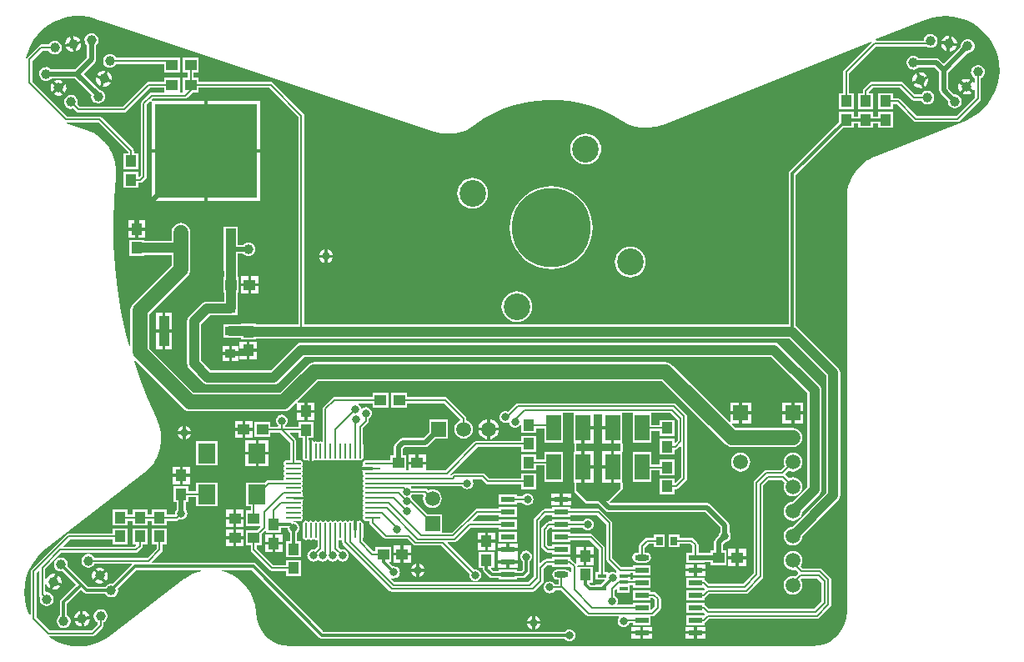
<source format=gtl>
G04 Layer_Physical_Order=1*
G04 Layer_Color=255*
%FSLAX44Y44*%
%MOMM*%
G71*
G01*
G75*
%ADD10R,0.7000X0.9000*%
%ADD11R,1.1400X1.2000*%
%ADD12R,1.5000X2.6000*%
%ADD13R,1.2000X1.1400*%
%ADD14R,0.8500X0.4000*%
%ADD15O,1.4500X0.6000*%
%ADD16R,1.4500X0.6000*%
%ADD17O,1.5500X0.2500*%
%ADD18O,0.2500X1.5500*%
%ADD19R,1.8000X2.0000*%
%ADD20R,1.0500X0.9000*%
%ADD21R,1.0500X3.1000*%
%ADD22R,10.4500X9.6000*%
%ADD23R,1.0500X4.1000*%
%ADD24C,0.2000*%
%ADD25C,1.5000*%
%ADD26C,0.5000*%
%ADD27C,1.0000*%
%ADD28C,0.3000*%
%ADD29C,8.0000*%
%ADD30C,2.7000*%
%ADD31C,1.0000*%
%ADD32C,1.5000*%
%ADD33R,1.5000X1.5000*%
%ADD34R,1.5000X1.5000*%
%ADD35C,0.8000*%
G36*
X948596Y645458D02*
X955637Y643968D01*
X962424Y641572D01*
X968839Y638311D01*
X974774Y634239D01*
X980127Y629428D01*
X984806Y623960D01*
X988731Y617927D01*
X991836Y611434D01*
X994066Y604591D01*
X995384Y597516D01*
X995767Y590329D01*
X995209Y583154D01*
X993718Y576113D01*
X991322Y569326D01*
X988060Y562910D01*
X983989Y556976D01*
X979178Y551623D01*
X973710Y546944D01*
X967678Y543019D01*
X961037Y539844D01*
X869049Y503049D01*
X868870Y502932D01*
X868664Y502875D01*
X862594Y499826D01*
X862259Y499565D01*
X861874Y499384D01*
X856407Y495352D01*
X856122Y495038D01*
X855773Y494795D01*
X851068Y489895D01*
X850839Y489537D01*
X850537Y489239D01*
X846728Y483614D01*
X846563Y483222D01*
X846316Y482877D01*
X843515Y476688D01*
X843418Y476275D01*
X843233Y475893D01*
X841519Y469319D01*
X841494Y468895D01*
X841376Y468488D01*
X840799Y461718D01*
X840823Y461506D01*
X840781Y461297D01*
Y41217D01*
X840231Y34920D01*
X838651Y29025D01*
X836072Y23494D01*
X832571Y18494D01*
X828256Y14179D01*
X823256Y10678D01*
X817725Y8099D01*
X811830Y6519D01*
X805533Y5968D01*
X275933D01*
X269745Y6500D01*
X263946Y8026D01*
X258492Y10518D01*
X253543Y13905D01*
X249245Y18087D01*
X245723Y22941D01*
X243082Y28324D01*
X241397Y34079D01*
X240672Y40462D01*
X240672Y40462D01*
X239916Y47175D01*
X239788Y47578D01*
X239752Y47999D01*
X237875Y54494D01*
X237680Y54869D01*
X237574Y55279D01*
X234630Y61365D01*
X234375Y61702D01*
X234201Y62087D01*
X230274Y67591D01*
X229966Y67880D01*
X229730Y68231D01*
X224932Y72994D01*
X224580Y73228D01*
X224288Y73534D01*
X218756Y77421D01*
X218370Y77592D01*
X218031Y77844D01*
X211923Y80744D01*
X211513Y80847D01*
X211136Y81039D01*
X206183Y82431D01*
X206321Y83431D01*
X236522D01*
X305477Y14477D01*
X306634Y13703D01*
X308000Y13431D01*
X554175D01*
X554721Y12721D01*
X555974Y11759D01*
X557434Y11154D01*
X559000Y10948D01*
X560566Y11154D01*
X562026Y11759D01*
X563279Y12721D01*
X564241Y13974D01*
X564846Y15434D01*
X565052Y17000D01*
X564846Y18566D01*
X564241Y20026D01*
X563279Y21279D01*
X562026Y22241D01*
X560566Y22845D01*
X559000Y23052D01*
X557434Y22845D01*
X555974Y22241D01*
X554721Y21279D01*
X554175Y20569D01*
X309478D01*
X240523Y89523D01*
X239366Y90297D01*
X238000Y90569D01*
X135201D01*
X134818Y91493D01*
X145163Y101837D01*
X145826Y102830D01*
X146059Y104000D01*
X146059Y104000D01*
Y109500D01*
X150700D01*
Y125500D01*
X135300D01*
Y109500D01*
X139941D01*
Y105267D01*
X130411Y95737D01*
X77042D01*
X76316Y96989D01*
X75010Y98289D01*
X73411Y99207D01*
X71630Y99680D01*
X69787Y99676D01*
X68008Y99195D01*
X66414Y98270D01*
X65113Y96964D01*
X64195Y95365D01*
X63722Y93584D01*
X63726Y91741D01*
X64207Y89962D01*
X65132Y88367D01*
X66439Y87067D01*
X68037Y86149D01*
X69818Y85676D01*
X71661Y85680D01*
X73441Y86161D01*
X75035Y87086D01*
X76335Y88392D01*
X77040Y89619D01*
X114500D01*
X114915Y88619D01*
X95660Y69364D01*
X94830Y69584D01*
X92987Y69580D01*
X91208Y69099D01*
X89614Y68174D01*
X88314Y66868D01*
X87902Y66151D01*
X70627D01*
X66389Y70389D01*
X49574Y87204D01*
X49794Y88033D01*
X49790Y89876D01*
X49309Y91655D01*
X48384Y93250D01*
X47077Y94550D01*
X45479Y95468D01*
X43698Y95941D01*
X41855Y95937D01*
X40075Y95456D01*
X38481Y94530D01*
X37181Y93224D01*
X36263Y91626D01*
X35790Y89845D01*
X35794Y88001D01*
X36275Y86222D01*
X37200Y84628D01*
X38507Y83328D01*
X40105Y82410D01*
X41886Y81937D01*
X43729Y81941D01*
X44527Y82157D01*
X58319Y68365D01*
X43010Y53056D01*
X42236Y51898D01*
X41964Y50533D01*
Y37503D01*
X41223Y37073D01*
X39922Y35767D01*
X39004Y34169D01*
X38531Y32387D01*
X38535Y30544D01*
X39016Y28765D01*
X39941Y27171D01*
X41247Y25870D01*
X42845Y24952D01*
X44626Y24479D01*
X46469Y24483D01*
X48249Y24964D01*
X49843Y25889D01*
X51143Y27195D01*
X52062Y28793D01*
X52535Y30574D01*
X52531Y32417D01*
X52050Y34197D01*
X51125Y35791D01*
X49819Y37091D01*
X49101Y37503D01*
Y49055D01*
X63365Y63319D01*
X66625Y60059D01*
X67783Y59285D01*
X69149Y59014D01*
X87902D01*
X88333Y58272D01*
X89639Y56971D01*
X91237Y56053D01*
X93019Y55580D01*
X94862Y55584D01*
X96641Y56066D01*
X98235Y56991D01*
X99535Y58297D01*
X100453Y59895D01*
X100927Y61676D01*
X100922Y63520D01*
X100707Y64318D01*
X119820Y83431D01*
X185350D01*
X185467Y82431D01*
X182084Y81626D01*
X181700Y81450D01*
X181286Y81364D01*
X175067Y78713D01*
X174718Y78475D01*
X174324Y78320D01*
X168640Y74659D01*
X168487Y74511D01*
X168296Y74417D01*
X94476Y17514D01*
X88365Y13411D01*
X81917Y10214D01*
X75107Y7885D01*
X68052Y6466D01*
X60871Y5979D01*
X53689Y6434D01*
X46627Y7823D01*
X39806Y10121D01*
X33345Y13290D01*
X30861Y14941D01*
X31164Y15941D01*
X75000D01*
X75000Y15941D01*
X76171Y16174D01*
X77163Y16837D01*
X85360Y25034D01*
X85360Y25034D01*
X86023Y26026D01*
X86256Y27197D01*
Y30203D01*
X87507Y30929D01*
X88808Y32235D01*
X89726Y33833D01*
X90199Y35614D01*
X90195Y37457D01*
X89714Y39237D01*
X88789Y40831D01*
X87483Y42132D01*
X85885Y43050D01*
X84104Y43523D01*
X82261Y43519D01*
X80481Y43038D01*
X78887Y42113D01*
X77587Y40807D01*
X76668Y39209D01*
X76195Y37428D01*
X76199Y35584D01*
X76680Y33805D01*
X77605Y32211D01*
X78911Y30910D01*
X80138Y30205D01*
Y28464D01*
X73733Y22059D01*
X31267D01*
X18059Y35267D01*
Y80683D01*
X20017Y82641D01*
X20941Y82259D01*
Y58128D01*
X20941Y58128D01*
X21174Y56957D01*
X21712Y56153D01*
X21327Y54704D01*
X21331Y52861D01*
X21812Y51082D01*
X22738Y49488D01*
X24044Y48188D01*
X25642Y47270D01*
X27423Y46797D01*
X29267Y46801D01*
X31046Y47282D01*
X32640Y48207D01*
X33940Y49513D01*
X34858Y51111D01*
X35331Y52893D01*
X35327Y54736D01*
X34846Y56515D01*
X33921Y58109D01*
X32615Y59410D01*
X31016Y60328D01*
X29235Y60801D01*
X28059Y60798D01*
X27059Y61659D01*
Y68331D01*
X28059Y68464D01*
X28113Y68264D01*
X29170Y66442D01*
X30663Y64956D01*
X31178Y64661D01*
X34174Y71940D01*
X37169Y79219D01*
X36596Y79371D01*
X34489Y79366D01*
X32456Y78817D01*
X30634Y77759D01*
X29148Y76266D01*
X28099Y74440D01*
X28059Y74289D01*
X27059Y74419D01*
Y84733D01*
X43267Y100941D01*
X119000D01*
X119000Y100941D01*
X120170Y101174D01*
X121163Y101837D01*
X125163Y105837D01*
X125163Y105837D01*
X125826Y106830D01*
X126059Y108000D01*
X126059Y108000D01*
Y109500D01*
X130700D01*
Y125500D01*
X115300D01*
Y109500D01*
X118760D01*
X119174Y108500D01*
X117733Y107059D01*
X45741D01*
X45359Y107983D01*
X51817Y114441D01*
X95300D01*
Y109500D01*
X110700D01*
Y125500D01*
X95300D01*
Y120559D01*
X50550D01*
X50550Y120559D01*
X49380Y120326D01*
X48387Y119663D01*
X48387Y119663D01*
X12837Y84113D01*
X12174Y83120D01*
X11941Y81950D01*
X11941Y81950D01*
Y38036D01*
X10968Y37808D01*
X9964Y39832D01*
X7635Y46642D01*
X6216Y53698D01*
X5729Y60879D01*
X6184Y68061D01*
X7573Y75123D01*
X9871Y81944D01*
X13040Y88405D01*
X17025Y94398D01*
X21759Y99820D01*
X27282Y104685D01*
X127235Y181733D01*
X127376Y181894D01*
X127560Y182005D01*
X132585Y186613D01*
X132837Y186957D01*
X133159Y187236D01*
X137329Y192631D01*
X137519Y193012D01*
X137788Y193342D01*
X140981Y199366D01*
X141103Y199774D01*
X141313Y200145D01*
X143436Y206624D01*
X143488Y207047D01*
X143631Y207449D01*
X144623Y214194D01*
X144602Y214620D01*
X144675Y215039D01*
X144508Y221855D01*
X144414Y222271D01*
X144415Y222697D01*
X143092Y229386D01*
X142930Y229780D01*
X142858Y230200D01*
X140419Y236566D01*
X140339Y236693D01*
X140305Y236839D01*
X130780Y257864D01*
X122399Y279231D01*
X116880Y295760D01*
X117754Y296300D01*
X166830Y247225D01*
X168815Y245702D01*
X171126Y244744D01*
X173605Y244418D01*
X269000D01*
X271480Y244744D01*
X273791Y245702D01*
X275776Y247225D01*
X281800Y253249D01*
X282800Y252835D01*
Y246000D01*
X290000D01*
Y253500D01*
X283465D01*
X283051Y254500D01*
X303969Y275418D01*
X653031D01*
X717225Y211224D01*
X719209Y209702D01*
X721520Y208745D01*
X724000Y208418D01*
X786000D01*
X788480Y208745D01*
X790791Y209702D01*
X792775Y211224D01*
X794298Y213209D01*
X795256Y215520D01*
X795582Y218000D01*
X795256Y220480D01*
X794298Y222791D01*
X792775Y224775D01*
X790791Y226298D01*
X788480Y227255D01*
X786000Y227582D01*
X727969D01*
X723975Y231576D01*
X724358Y232500D01*
X731500D01*
Y241500D01*
X722500D01*
Y234357D01*
X721576Y233975D01*
X663775Y291775D01*
X661791Y293298D01*
X659480Y294255D01*
X657000Y294582D01*
X300000D01*
X297520Y294255D01*
X295209Y293298D01*
X293225Y291775D01*
X265031Y263582D01*
X177575D01*
X132582Y308575D01*
Y343031D01*
X171375Y381824D01*
X172898Y383809D01*
X173855Y386120D01*
X174182Y388600D01*
Y409500D01*
X174182Y409500D01*
Y426400D01*
X173855Y428880D01*
X172898Y431191D01*
X171376Y433175D01*
X169391Y434698D01*
X167080Y435655D01*
X164600Y435982D01*
X162120Y435655D01*
X159809Y434698D01*
X157825Y433175D01*
X156302Y431191D01*
X155344Y428880D01*
X155018Y426400D01*
Y417560D01*
X127700D01*
Y418500D01*
X112300D01*
Y402500D01*
X127700D01*
Y403440D01*
X155018D01*
Y392569D01*
X116225Y353775D01*
X114702Y351791D01*
X113745Y349480D01*
X113418Y347000D01*
Y310879D01*
X112427Y310744D01*
X108994Y323120D01*
X104006Y345525D01*
X100180Y368157D01*
X97525Y390956D01*
X96050Y413862D01*
X95758Y436813D01*
X96650Y459748D01*
X98734Y482735D01*
X98718Y482884D01*
X98752Y483030D01*
X98963Y489845D01*
X98892Y490265D01*
X98917Y490691D01*
X97967Y497442D01*
X97826Y497844D01*
X97778Y498268D01*
X95695Y504760D01*
X95488Y505132D01*
X95369Y505541D01*
X92214Y511586D01*
X91946Y511917D01*
X91759Y512300D01*
X87623Y517721D01*
X87304Y518003D01*
X87054Y518348D01*
X82058Y522987D01*
X81695Y523211D01*
X81391Y523508D01*
X75679Y527232D01*
X75284Y527391D01*
X74933Y527632D01*
X68672Y530332D01*
X68462Y530377D01*
X68276Y530483D01*
X48901Y536941D01*
X49064Y537941D01*
X80733D01*
X110941Y507733D01*
Y506500D01*
X106300D01*
Y490500D01*
X121700D01*
Y506500D01*
X117059D01*
Y509000D01*
X117059Y509000D01*
X116826Y510171D01*
X116163Y511163D01*
X116163Y511163D01*
X84163Y543163D01*
X83170Y543826D01*
X82000Y544059D01*
X82000Y544059D01*
X49267D01*
X14059Y579267D01*
Y600733D01*
X24144Y610818D01*
X30326D01*
X30360Y610719D01*
X31392Y609192D01*
X32785Y607985D01*
X34442Y607179D01*
X36252Y606829D01*
X38091Y606960D01*
X39833Y607562D01*
X41359Y608595D01*
X42567Y609987D01*
X43373Y611645D01*
X43723Y613454D01*
X43592Y615293D01*
X42990Y617035D01*
X41957Y618562D01*
X40565Y619769D01*
X38907Y620575D01*
X37097Y620925D01*
X35259Y620794D01*
X33517Y620192D01*
X31990Y619159D01*
X30783Y617767D01*
X30378Y616936D01*
X22877D01*
X21706Y616703D01*
X20714Y616040D01*
X20714Y616040D01*
X8837Y604163D01*
X8174Y603171D01*
X7259Y603465D01*
X8553Y608399D01*
X11270Y615063D01*
X14834Y621316D01*
X19184Y627050D01*
X24245Y632167D01*
X29931Y636579D01*
X36144Y640212D01*
X42778Y643003D01*
X49720Y644904D01*
X56850Y645882D01*
X64047Y645922D01*
X71187Y645022D01*
X78307Y643156D01*
X421908Y528622D01*
X422108Y528597D01*
X422291Y528511D01*
X428515Y526978D01*
X428915Y526960D01*
X429301Y526850D01*
X435690Y526331D01*
X436088Y526377D01*
X436486Y526330D01*
X442876Y526838D01*
X443262Y526947D01*
X443662Y526965D01*
X449889Y528487D01*
X450252Y528656D01*
X450645Y528737D01*
X456549Y531234D01*
X456880Y531459D01*
X457255Y531602D01*
X462684Y535010D01*
X462751Y535074D01*
X462836Y535110D01*
X472404Y541616D01*
X482314Y547156D01*
X492670Y551811D01*
X503392Y555545D01*
X514399Y558329D01*
X525607Y560142D01*
X536931Y560971D01*
X548283Y560808D01*
X559578Y559656D01*
X570730Y557523D01*
X581653Y554426D01*
X592264Y550387D01*
X602482Y545438D01*
X612416Y539505D01*
X612503Y539474D01*
X612574Y539415D01*
X618194Y536332D01*
X618576Y536211D01*
X618920Y536006D01*
X624960Y533860D01*
X625357Y533802D01*
X625730Y533654D01*
X632035Y532500D01*
X632436Y532506D01*
X632827Y532420D01*
X639236Y532288D01*
X639631Y532358D01*
X640031Y532336D01*
X646378Y533229D01*
X646757Y533362D01*
X647155Y533403D01*
X653279Y535299D01*
X653456Y535395D01*
X653654Y535432D01*
X865385Y620125D01*
X865947Y619272D01*
X837837Y591163D01*
X837174Y590171D01*
X836941Y589000D01*
X836941Y589000D01*
Y567500D01*
X832300D01*
Y551500D01*
X847700D01*
Y567500D01*
X843059D01*
Y587733D01*
X870267Y614941D01*
X921769D01*
X923047Y614182D01*
X924822Y613683D01*
X926665Y613661D01*
X928451Y614116D01*
X930058Y615018D01*
X931377Y616305D01*
X932318Y617890D01*
X932817Y619664D01*
X932840Y621507D01*
X932384Y623293D01*
X931482Y624901D01*
X930195Y626220D01*
X928610Y627161D01*
X926836Y627660D01*
X924993Y627682D01*
X923207Y627227D01*
X921599Y626325D01*
X920280Y625038D01*
X919339Y623453D01*
X918841Y621679D01*
X918833Y621059D01*
X870413D01*
X870220Y622059D01*
X920161Y642035D01*
X927159Y644316D01*
X934234Y645634D01*
X941421Y646017D01*
X948596Y645458D01*
D02*
G37*
%LPC*%
G36*
X218000Y124700D02*
X210500D01*
Y117500D01*
X218000D01*
Y124700D01*
D02*
G37*
G36*
X228500D02*
X221000D01*
Y117500D01*
X228500D01*
Y124700D01*
D02*
G37*
G36*
X267700Y119500D02*
X260500D01*
Y112000D01*
X267700D01*
Y119500D01*
D02*
G37*
G36*
X473500Y121500D02*
X466300D01*
Y114000D01*
X473500D01*
Y121500D01*
D02*
G37*
G36*
X483700D02*
X476500D01*
Y114000D01*
X483700D01*
Y121500D01*
D02*
G37*
G36*
X228500Y144700D02*
X221000D01*
Y137500D01*
X228500D01*
Y144700D01*
D02*
G37*
G36*
X549500Y153500D02*
X540750D01*
Y149000D01*
X549500D01*
Y153500D01*
D02*
G37*
G36*
X218000Y144700D02*
X210500D01*
Y137500D01*
X218000D01*
Y144700D01*
D02*
G37*
G36*
Y134500D02*
X210500D01*
Y127300D01*
X218000D01*
Y134500D01*
D02*
G37*
G36*
X228500D02*
X221000D01*
Y127300D01*
X228500D01*
Y134500D01*
D02*
G37*
G36*
X257500Y119500D02*
X250300D01*
Y112000D01*
X257500D01*
Y119500D01*
D02*
G37*
G36*
X483700Y111000D02*
X476500D01*
Y103500D01*
X483700D01*
Y111000D01*
D02*
G37*
G36*
X495000Y110200D02*
X486250D01*
Y105700D01*
X495000D01*
Y110200D01*
D02*
G37*
G36*
X473500Y111000D02*
X466300D01*
Y103500D01*
X473500D01*
Y111000D01*
D02*
G37*
G36*
X257500Y109000D02*
X250300D01*
Y101500D01*
X257500D01*
Y109000D01*
D02*
G37*
G36*
X267700D02*
X260500D01*
Y101500D01*
X267700D01*
Y109000D01*
D02*
G37*
G36*
X228500Y114500D02*
X221000D01*
Y107300D01*
X228500D01*
Y114500D01*
D02*
G37*
G36*
X505750Y121900D02*
X487250D01*
Y111900D01*
X505750D01*
Y121900D01*
D02*
G37*
G36*
X218000Y114500D02*
X210500D01*
Y107300D01*
X218000D01*
Y114500D01*
D02*
G37*
G36*
X506750Y110200D02*
X498000D01*
Y105700D01*
X506750D01*
Y110200D01*
D02*
G37*
G36*
X656000Y119500D02*
X645000D01*
Y116059D01*
X638000D01*
X636829Y115826D01*
X635837Y115163D01*
X630337Y109663D01*
X629674Y108671D01*
X629441Y107500D01*
X629441Y107500D01*
Y101198D01*
X628250D01*
X626299Y100810D01*
X624645Y99705D01*
X623540Y98051D01*
X623152Y96100D01*
X623540Y94149D01*
X624645Y92495D01*
X626299Y91390D01*
X628250Y91002D01*
X636750D01*
X638701Y91390D01*
X640355Y92495D01*
X641460Y94149D01*
X641848Y96100D01*
X641460Y98051D01*
X640355Y99705D01*
X638701Y100810D01*
X636750Y101198D01*
X635559D01*
Y106233D01*
X639267Y109941D01*
X645000D01*
Y106500D01*
X656000D01*
Y119500D01*
D02*
G37*
G36*
X561250Y153500D02*
X552500D01*
Y149000D01*
X561250D01*
Y153500D01*
D02*
G37*
G36*
X403000Y200700D02*
X395500D01*
Y193500D01*
X403000D01*
Y200700D01*
D02*
G37*
G36*
X413500D02*
X406000D01*
Y193500D01*
X413500D01*
Y200700D01*
D02*
G37*
G36*
X202200Y214000D02*
X180200D01*
Y190000D01*
X202200D01*
Y214000D01*
D02*
G37*
G36*
X240500Y200500D02*
X230000D01*
Y189000D01*
X240500D01*
Y200500D01*
D02*
G37*
G36*
X254000D02*
X243500D01*
Y189000D01*
X254000D01*
Y200500D01*
D02*
G37*
G36*
X435700Y236000D02*
X416700D01*
Y223489D01*
X410799Y217588D01*
X390000D01*
X388244Y217239D01*
X386756Y216244D01*
X382256Y211744D01*
X381261Y210256D01*
X380912Y208500D01*
Y199700D01*
X377500D01*
Y194559D01*
X367022D01*
X367018Y194561D01*
X365750Y194814D01*
X352750D01*
X351482Y194561D01*
X350407Y193843D01*
X349689Y192768D01*
X349436Y191500D01*
X349689Y190232D01*
X349996Y189771D01*
X349686Y189564D01*
X348747Y188158D01*
X348715Y188000D01*
X359250D01*
Y185000D01*
X348715D01*
X348747Y184842D01*
X349686Y183436D01*
X349996Y183229D01*
X349689Y182768D01*
X349436Y181500D01*
X349689Y180232D01*
X350407Y179157D01*
Y178843D01*
X349689Y177768D01*
X349436Y176500D01*
X349689Y175232D01*
X350407Y174157D01*
Y173843D01*
X349689Y172768D01*
X349436Y171500D01*
X349689Y170232D01*
X350407Y169157D01*
Y168843D01*
X349689Y167768D01*
X349436Y166500D01*
X349689Y165232D01*
X350407Y164157D01*
Y163843D01*
X349689Y162768D01*
X349436Y161500D01*
X349689Y160232D01*
X350407Y159157D01*
Y158843D01*
X349689Y157768D01*
X349436Y156500D01*
X349689Y155232D01*
X350407Y154157D01*
Y153843D01*
X349689Y152768D01*
X349436Y151500D01*
X349689Y150232D01*
X350407Y149157D01*
Y148843D01*
X349689Y147768D01*
X349436Y146500D01*
X349689Y145232D01*
X350407Y144157D01*
Y143843D01*
X349689Y142768D01*
X349436Y141500D01*
X349689Y140232D01*
X350407Y139157D01*
Y138843D01*
X349689Y137768D01*
X349436Y136500D01*
X349689Y135232D01*
X350407Y134157D01*
X351482Y133439D01*
X352750Y133186D01*
X356191D01*
Y131750D01*
X356191Y131750D01*
X356424Y130580D01*
X357087Y129587D01*
X370837Y115837D01*
X370837Y115837D01*
X371829Y115174D01*
X373000Y114941D01*
X394983D01*
X400837Y109087D01*
X400837Y109087D01*
X401829Y108424D01*
X403000Y108191D01*
X429233D01*
X457649Y79775D01*
X457448Y78250D01*
X457654Y76684D01*
X458259Y75224D01*
X459221Y73971D01*
X460474Y73009D01*
X461934Y72404D01*
X463500Y72198D01*
X465066Y72404D01*
X466526Y73009D01*
X467779Y73971D01*
X468741Y75224D01*
X469346Y76684D01*
X469552Y78250D01*
X469346Y79816D01*
X468741Y81276D01*
X467779Y82529D01*
X466526Y83491D01*
X465066Y84095D01*
X463500Y84302D01*
X461975Y84101D01*
X435308Y110767D01*
X435691Y111691D01*
X442450D01*
X442450Y111691D01*
X443620Y111924D01*
X444613Y112587D01*
X458567Y126541D01*
X487250D01*
Y124600D01*
X505750D01*
Y134600D01*
X487250D01*
Y132659D01*
X461041D01*
X460658Y133583D01*
X466317Y139241D01*
X487250D01*
Y137300D01*
X505750D01*
Y147300D01*
X487250D01*
Y145359D01*
X465050D01*
X465050Y145359D01*
X463880Y145126D01*
X462887Y144463D01*
X462887Y144463D01*
X439733Y121309D01*
X429500D01*
Y140100D01*
X414826D01*
X399763Y155163D01*
X399536Y155315D01*
X399241Y156026D01*
X398279Y157279D01*
X397992Y157500D01*
Y158500D01*
X398279Y158721D01*
X399216Y159941D01*
X410450D01*
X411006Y159110D01*
X410745Y158480D01*
X410418Y156000D01*
X410745Y153520D01*
X411702Y151209D01*
X413224Y149225D01*
X415209Y147702D01*
X417520Y146744D01*
X420000Y146418D01*
X422480Y146744D01*
X424791Y147702D01*
X426775Y149225D01*
X428298Y151209D01*
X429255Y153520D01*
X429582Y156000D01*
X429255Y158480D01*
X428298Y160791D01*
X426775Y162775D01*
X424791Y164298D01*
X422480Y165255D01*
X420000Y165582D01*
X417520Y165255D01*
X415788Y164538D01*
X415163Y165163D01*
X414170Y165826D01*
X413000Y166059D01*
X413000Y166059D01*
X399216D01*
X398279Y167279D01*
X398068Y167441D01*
X398408Y168441D01*
X450284D01*
X451221Y167221D01*
X452474Y166259D01*
X453934Y165655D01*
X455500Y165448D01*
X457066Y165655D01*
X458526Y166259D01*
X459779Y167221D01*
X460741Y168474D01*
X461346Y169934D01*
X461552Y171500D01*
X461346Y173066D01*
X460776Y174441D01*
X461036Y175172D01*
X461169Y175441D01*
X470233D01*
X474337Y171337D01*
X474337Y171337D01*
X475329Y170674D01*
X476500Y170441D01*
X510300D01*
Y165500D01*
X525700D01*
Y181500D01*
X510300D01*
Y176559D01*
X477767D01*
X473663Y180663D01*
X472671Y181326D01*
X471500Y181559D01*
X471500Y181559D01*
X442500D01*
X442500Y181559D01*
X441329Y181326D01*
X440337Y180663D01*
X440337Y180663D01*
X439233Y179559D01*
X438191D01*
X437808Y180483D01*
X465767Y208441D01*
X510300D01*
Y203500D01*
X525700D01*
Y219500D01*
X510300D01*
Y214559D01*
X464500D01*
X463330Y214326D01*
X462337Y213663D01*
X462337Y213663D01*
X433233Y184559D01*
X413500D01*
Y190500D01*
X404500D01*
X395500D01*
Y184559D01*
X393500D01*
Y199700D01*
X390088D01*
Y206600D01*
X391900Y208412D01*
X412700D01*
X414456Y208761D01*
X415944Y209756D01*
X423189Y217000D01*
X435700D01*
Y236000D01*
D02*
G37*
G36*
X475500Y225000D02*
X466607D01*
X466770Y223759D01*
X467828Y221205D01*
X469511Y219011D01*
X471705Y217328D01*
X474259Y216270D01*
X475500Y216107D01*
Y225000D01*
D02*
G37*
G36*
X254000Y215000D02*
X243500D01*
Y203500D01*
X254000D01*
Y215000D01*
D02*
G37*
G36*
X552500Y203000D02*
X533500D01*
Y195559D01*
X525700D01*
Y200500D01*
X510300D01*
Y184500D01*
X525700D01*
Y189441D01*
X533500D01*
Y173000D01*
X552500D01*
Y203000D01*
D02*
G37*
G36*
X240500Y215000D02*
X230000D01*
Y203500D01*
X240500D01*
Y215000D01*
D02*
G37*
G36*
X786000Y202582D02*
X783520Y202255D01*
X781209Y201298D01*
X779225Y199775D01*
X777702Y197791D01*
X776745Y195480D01*
X776418Y193000D01*
X776745Y190520D01*
X777462Y188788D01*
X773733Y185059D01*
X759000D01*
X759000Y185059D01*
X757830Y184826D01*
X756837Y184163D01*
X746837Y174163D01*
X746174Y173171D01*
X745941Y172000D01*
X745941Y172000D01*
Y79924D01*
X735426Y69409D01*
X700867D01*
X697413Y72863D01*
X696421Y73526D01*
X696250Y73560D01*
Y75700D01*
X677750D01*
Y65700D01*
X695924D01*
X696774Y64850D01*
Y63850D01*
X695924Y63000D01*
X677750D01*
Y53000D01*
X696250D01*
Y55140D01*
X696421Y55174D01*
X697413Y55837D01*
X700867Y59291D01*
X738350D01*
X738350Y59291D01*
X739520Y59524D01*
X740513Y60187D01*
X755163Y74837D01*
X755163Y74837D01*
X755826Y75830D01*
X756059Y77000D01*
X756059Y77000D01*
Y169076D01*
X761924Y174941D01*
X774733D01*
X777462Y172212D01*
X776745Y170480D01*
X776418Y168000D01*
X776745Y165520D01*
X777702Y163209D01*
X779225Y161224D01*
X781209Y159702D01*
X783520Y158744D01*
X786000Y158418D01*
X788480Y158744D01*
X790791Y159702D01*
X792775Y161224D01*
X794298Y163209D01*
X795256Y165520D01*
X795582Y168000D01*
X795256Y170480D01*
X794298Y172791D01*
X792775Y174775D01*
X790791Y176298D01*
X788480Y177255D01*
X786000Y177582D01*
X783520Y177255D01*
X781788Y176538D01*
X778163Y180163D01*
X778102Y180777D01*
X781788Y184462D01*
X783520Y183745D01*
X786000Y183418D01*
X788480Y183745D01*
X790791Y184702D01*
X792775Y186224D01*
X794298Y188209D01*
X795256Y190520D01*
X795582Y193000D01*
X795256Y195480D01*
X794298Y197791D01*
X792775Y199775D01*
X790791Y201298D01*
X788480Y202255D01*
X786000Y202582D01*
D02*
G37*
G36*
X202200Y172000D02*
X180200D01*
Y163559D01*
X172700D01*
Y168500D01*
X157300D01*
Y152500D01*
X160412D01*
Y144877D01*
X159759Y144026D01*
X159154Y142566D01*
X158948Y141000D01*
X159039Y140311D01*
X158380Y139559D01*
X150700D01*
Y144500D01*
X135300D01*
Y139559D01*
X130700D01*
Y144500D01*
X115300D01*
Y139559D01*
X110700D01*
Y144500D01*
X95300D01*
Y128500D01*
X110700D01*
Y133441D01*
X115300D01*
Y128500D01*
X130700D01*
Y133441D01*
X135300D01*
Y128500D01*
X150700D01*
Y133441D01*
X160500D01*
X160500Y133441D01*
X161670Y133674D01*
X162663Y134337D01*
X163475Y135149D01*
X165000Y134948D01*
X166566Y135154D01*
X168026Y135759D01*
X169279Y136721D01*
X170241Y137974D01*
X170846Y139434D01*
X171052Y141000D01*
X170846Y142566D01*
X170241Y144026D01*
X169588Y144877D01*
Y152500D01*
X172700D01*
Y157441D01*
X180200D01*
Y148000D01*
X202200D01*
Y172000D01*
D02*
G37*
G36*
X163500Y178000D02*
X156300D01*
Y170500D01*
X163500D01*
Y178000D01*
D02*
G37*
G36*
X516500Y161052D02*
X514934Y160846D01*
X513474Y160241D01*
X512221Y159279D01*
X511284Y158059D01*
X505750D01*
Y160000D01*
X487250D01*
Y150000D01*
X505750D01*
Y151941D01*
X511284D01*
X512221Y150721D01*
X513474Y149759D01*
X514934Y149154D01*
X516500Y148948D01*
X518066Y149154D01*
X519526Y149759D01*
X520779Y150721D01*
X521741Y151974D01*
X522346Y153434D01*
X522552Y155000D01*
X522346Y156566D01*
X521741Y158026D01*
X520779Y159279D01*
X519526Y160241D01*
X518066Y160846D01*
X516500Y161052D01*
D02*
G37*
G36*
X549500Y161000D02*
X540750D01*
Y156500D01*
X549500D01*
Y161000D01*
D02*
G37*
G36*
X561250D02*
X552500D01*
Y156500D01*
X561250D01*
Y161000D01*
D02*
G37*
G36*
X173700Y188500D02*
X166500D01*
Y181000D01*
X173700D01*
Y188500D01*
D02*
G37*
G36*
X733000Y202582D02*
X730520Y202255D01*
X728209Y201298D01*
X726225Y199775D01*
X724702Y197791D01*
X723745Y195480D01*
X723418Y193000D01*
X723745Y190520D01*
X724702Y188209D01*
X726225Y186224D01*
X728209Y184702D01*
X730520Y183745D01*
X733000Y183418D01*
X735480Y183745D01*
X737791Y184702D01*
X739775Y186224D01*
X741298Y188209D01*
X742255Y190520D01*
X742582Y193000D01*
X742255Y195480D01*
X741298Y197791D01*
X739775Y199775D01*
X737791Y201298D01*
X735480Y202255D01*
X733000Y202582D01*
D02*
G37*
G36*
X163500Y188500D02*
X156300D01*
Y181000D01*
X163500D01*
Y188500D01*
D02*
G37*
G36*
X173700Y178000D02*
X166500D01*
Y170500D01*
X173700D01*
Y178000D01*
D02*
G37*
G36*
X642500Y203000D02*
X623500D01*
Y173000D01*
X642500D01*
Y184441D01*
X650300D01*
Y179500D01*
X665700D01*
Y195500D01*
X650300D01*
Y190559D01*
X642500D01*
Y203000D01*
D02*
G37*
G36*
X398250Y108200D02*
X390750D01*
Y101000D01*
X398250D01*
Y108200D01*
D02*
G37*
G36*
X61834Y41604D02*
X61261Y41449D01*
X59439Y40392D01*
X57953Y38899D01*
X56904Y37073D01*
X56363Y35037D01*
X56364Y34444D01*
X62679Y35289D01*
X61834Y41604D01*
D02*
G37*
G36*
X65401Y42003D02*
X64808Y42002D01*
X65653Y35687D01*
X71968Y36532D01*
X71813Y37105D01*
X70756Y38927D01*
X69263Y40413D01*
X67437Y41462D01*
X65401Y42003D01*
D02*
G37*
G36*
X524500Y36863D02*
Y31500D01*
X529863D01*
X529820Y31827D01*
X529114Y33530D01*
X527992Y34992D01*
X526530Y36114D01*
X524827Y36820D01*
X524500Y36863D01*
D02*
G37*
G36*
X72366Y33558D02*
X66051Y32713D01*
X66896Y26398D01*
X67469Y26553D01*
X69291Y27610D01*
X70777Y29102D01*
X71826Y30929D01*
X72367Y32965D01*
X72366Y33558D01*
D02*
G37*
G36*
X521500Y36863D02*
X521173Y36820D01*
X519470Y36114D01*
X518008Y34992D01*
X516885Y33530D01*
X516180Y31827D01*
X516137Y31500D01*
X521500D01*
Y36863D01*
D02*
G37*
G36*
X89474Y81248D02*
X84428Y77358D01*
X88318Y72312D01*
X88737Y72732D01*
X89786Y74559D01*
X90327Y76595D01*
X90322Y78701D01*
X89772Y80735D01*
X89474Y81248D01*
D02*
G37*
G36*
X76330Y82949D02*
X75912Y82528D01*
X74863Y80701D01*
X74322Y78665D01*
X74327Y76559D01*
X74876Y74526D01*
X75174Y74012D01*
X80221Y77902D01*
X76330Y82949D01*
D02*
G37*
G36*
X39944Y78077D02*
X37519Y72185D01*
X43411Y69760D01*
X43563Y70334D01*
X43558Y72440D01*
X43008Y74473D01*
X41951Y76295D01*
X40458Y77781D01*
X39944Y78077D01*
D02*
G37*
G36*
X36377Y69411D02*
X33952Y63519D01*
X34525Y63366D01*
X36632Y63371D01*
X38665Y63921D01*
X40487Y64978D01*
X41973Y66471D01*
X42269Y66986D01*
X36377Y69411D01*
D02*
G37*
G36*
X82052Y75526D02*
X77006Y71636D01*
X77427Y71218D01*
X79253Y70168D01*
X81289Y69628D01*
X83395Y69633D01*
X85429Y70182D01*
X85942Y70480D01*
X82052Y75526D01*
D02*
G37*
G36*
X63077Y32315D02*
X56762Y31470D01*
X56917Y30897D01*
X57974Y29075D01*
X59467Y27589D01*
X61293Y26539D01*
X63329Y25999D01*
X63922Y26000D01*
X63077Y32315D01*
D02*
G37*
G36*
X697250Y18400D02*
X688500D01*
Y13900D01*
X697250D01*
Y18400D01*
D02*
G37*
G36*
X631000Y25900D02*
X622250D01*
Y21400D01*
X631000D01*
Y25900D01*
D02*
G37*
G36*
X685500Y18400D02*
X676750D01*
Y13900D01*
X685500D01*
Y18400D01*
D02*
G37*
G36*
X631000Y18400D02*
X622250D01*
Y13900D01*
X631000D01*
Y18400D01*
D02*
G37*
G36*
X642750D02*
X634000D01*
Y13900D01*
X642750D01*
Y18400D01*
D02*
G37*
G36*
X521500Y28500D02*
X516137D01*
X516180Y28173D01*
X516885Y26470D01*
X518008Y25008D01*
X519470Y23886D01*
X521173Y23180D01*
X521500Y23137D01*
Y28500D01*
D02*
G37*
G36*
X529863D02*
X524500D01*
Y23137D01*
X524827Y23180D01*
X526530Y23886D01*
X527992Y25008D01*
X529114Y26470D01*
X529820Y28173D01*
X529863Y28500D01*
D02*
G37*
G36*
X697250Y25900D02*
X688500D01*
Y21400D01*
X697250D01*
Y25900D01*
D02*
G37*
G36*
X642750D02*
X634000D01*
Y21400D01*
X642750D01*
Y25900D01*
D02*
G37*
G36*
X685500D02*
X676750D01*
Y21400D01*
X685500D01*
Y25900D01*
D02*
G37*
G36*
X560250Y147300D02*
X541750D01*
Y145359D01*
X534050D01*
X532879Y145126D01*
X531887Y144463D01*
X523887Y136463D01*
X523224Y135471D01*
X522991Y134300D01*
X522991Y134300D01*
Y76817D01*
X517233Y71059D01*
X381616D01*
X378016Y74660D01*
X378582Y75507D01*
X379434Y75154D01*
X381000Y74948D01*
X382566Y75154D01*
X384026Y75759D01*
X385279Y76721D01*
X386241Y77974D01*
X386846Y79434D01*
X387052Y81000D01*
X386846Y82566D01*
X386241Y84026D01*
X385279Y85279D01*
X384026Y86241D01*
X382566Y86846D01*
X381000Y87052D01*
X380112Y86935D01*
X376171Y90876D01*
X376553Y91800D01*
X378250D01*
Y107200D01*
X362250D01*
Y102559D01*
X360267D01*
X349559Y113267D01*
Y115978D01*
X349561Y115982D01*
X349814Y117250D01*
Y130250D01*
X349561Y131518D01*
X348843Y132593D01*
X347768Y133311D01*
X346500Y133564D01*
X345232Y133311D01*
X344771Y133004D01*
X344564Y133314D01*
X343158Y134253D01*
X343000Y134285D01*
Y123750D01*
X340000D01*
Y134285D01*
X339842Y134253D01*
X338436Y133314D01*
X338229Y133004D01*
X337768Y133311D01*
X336500Y133564D01*
X335232Y133311D01*
X334157Y132593D01*
X333843D01*
X332768Y133311D01*
X331500Y133564D01*
X330232Y133311D01*
X329157Y132593D01*
X328843D01*
X327768Y133311D01*
X326500Y133564D01*
X325232Y133311D01*
X324157Y132593D01*
X323843D01*
X322768Y133311D01*
X321500Y133564D01*
X320232Y133311D01*
X319157Y132593D01*
X318843D01*
X317768Y133311D01*
X316500Y133564D01*
X315232Y133311D01*
X314157Y132593D01*
X313843D01*
X312768Y133311D01*
X311500Y133564D01*
X310232Y133311D01*
X309157Y132593D01*
X308843D01*
X307768Y133311D01*
X306500Y133564D01*
X305232Y133311D01*
X304157Y132593D01*
X303843D01*
X302768Y133311D01*
X301500Y133564D01*
X300232Y133311D01*
X299157Y132593D01*
X298843D01*
X297768Y133311D01*
X296500Y133564D01*
X295232Y133311D01*
X294157Y132593D01*
X293843D01*
X292768Y133311D01*
X291500Y133564D01*
X290232Y133311D01*
X289157Y132593D01*
X288439Y131518D01*
X288186Y130250D01*
Y117250D01*
X288439Y115982D01*
X289157Y114907D01*
X290232Y114189D01*
X291500Y113936D01*
X292768Y114189D01*
X293843Y114907D01*
X294157D01*
X295232Y114189D01*
X296500Y113936D01*
X297768Y114189D01*
X298843Y114907D01*
X299157D01*
X300232Y114189D01*
X301500Y113936D01*
X302441Y114124D01*
X303441Y113527D01*
Y106767D01*
X300525Y103851D01*
X299000Y104052D01*
X297434Y103846D01*
X295974Y103241D01*
X294721Y102279D01*
X293759Y101026D01*
X293154Y99566D01*
X292948Y98000D01*
X293154Y96434D01*
X293759Y94974D01*
X294721Y93721D01*
X295974Y92759D01*
X297434Y92155D01*
X299000Y91948D01*
X300566Y92155D01*
X302026Y92759D01*
X303279Y93721D01*
X303500Y94009D01*
X304500D01*
X304721Y93721D01*
X305974Y92759D01*
X307434Y92155D01*
X309000Y91948D01*
X310566Y92155D01*
X312026Y92759D01*
X313279Y93721D01*
X313500Y94009D01*
X314500D01*
X314721Y93721D01*
X315974Y92759D01*
X317434Y92155D01*
X319000Y91948D01*
X320566Y92155D01*
X322026Y92759D01*
X323279Y93721D01*
X323500Y94009D01*
X324500D01*
X324721Y93721D01*
X325974Y92759D01*
X327434Y92155D01*
X329000Y91948D01*
X330566Y92155D01*
X332026Y92759D01*
X333279Y93721D01*
X334241Y94974D01*
X334846Y96434D01*
X335052Y98000D01*
X334846Y99566D01*
X334241Y101026D01*
X333279Y102279D01*
X332026Y103241D01*
X330566Y103846D01*
X329000Y104052D01*
X327475Y103851D01*
X324559Y106767D01*
Y113527D01*
X325559Y114124D01*
X326500Y113936D01*
X327441Y114124D01*
X328441Y113527D01*
Y111900D01*
X328441Y111899D01*
X328674Y110729D01*
X329337Y109737D01*
X376737Y62337D01*
X377729Y61674D01*
X378899Y61441D01*
X522250D01*
X522250Y61441D01*
X523420Y61674D01*
X524413Y62337D01*
X532163Y70087D01*
X532826Y71080D01*
X533059Y72250D01*
X533059Y72250D01*
Y84733D01*
X536767Y88441D01*
X541750D01*
Y86500D01*
X560174D01*
X560941Y85733D01*
Y80943D01*
X559960Y80751D01*
X558855Y82405D01*
X557201Y83510D01*
X555250Y83898D01*
X546750D01*
X544799Y83510D01*
X543145Y82405D01*
X542040Y80751D01*
X541652Y78800D01*
X542040Y76849D01*
X543145Y75195D01*
X544799Y74090D01*
X546750Y73702D01*
X547941D01*
Y68809D01*
X544466D01*
X543529Y70029D01*
X542276Y70991D01*
X540816Y71596D01*
X539250Y71802D01*
X537684Y71596D01*
X536224Y70991D01*
X534971Y70029D01*
X534009Y68776D01*
X533404Y67316D01*
X533198Y65750D01*
X533404Y64184D01*
X534009Y62724D01*
X534971Y61471D01*
X536224Y60509D01*
X537684Y59904D01*
X539250Y59698D01*
X540816Y59904D01*
X542276Y60509D01*
X543529Y61471D01*
X544466Y62691D01*
X549750D01*
X549750Y62691D01*
X550779Y62896D01*
X576537Y37137D01*
X576537Y37137D01*
X577529Y36474D01*
X578700Y36241D01*
X609106D01*
X609500Y35241D01*
X608759Y34276D01*
X608154Y32816D01*
X607948Y31250D01*
X608154Y29684D01*
X608759Y28224D01*
X609721Y26971D01*
X610974Y26009D01*
X612434Y25404D01*
X614000Y25198D01*
X615566Y25404D01*
X617026Y26009D01*
X618279Y26971D01*
X619241Y28224D01*
X619787Y29541D01*
X623250D01*
Y27600D01*
X641750D01*
Y36241D01*
X643300D01*
X643300Y36241D01*
X644471Y36474D01*
X645463Y37137D01*
X651163Y42837D01*
X651163Y42837D01*
X651826Y43829D01*
X652059Y45000D01*
Y54000D01*
X651826Y55171D01*
X651163Y56163D01*
X651163Y56163D01*
X647163Y60163D01*
X646171Y60826D01*
X645000Y61059D01*
X645000Y61059D01*
X641750D01*
Y63000D01*
X623250D01*
Y53000D01*
X641750D01*
Y54941D01*
X643733D01*
X645941Y52733D01*
Y46267D01*
X642750Y43076D01*
X641750Y43490D01*
Y50300D01*
X623250D01*
Y48059D01*
X607919D01*
X607786Y48328D01*
X607526Y49059D01*
X608096Y50434D01*
X608302Y52000D01*
X608096Y53566D01*
X607491Y55026D01*
X606529Y56279D01*
X605309Y57216D01*
Y62983D01*
X606826Y64500D01*
X607750Y64118D01*
Y60500D01*
X620250D01*
Y67941D01*
X623250D01*
Y65700D01*
X641750D01*
Y75700D01*
X623250D01*
Y74059D01*
X621250D01*
Y76000D01*
X614000D01*
Y79000D01*
X621250D01*
Y80341D01*
X623250D01*
Y78400D01*
X641750D01*
Y88400D01*
X623250D01*
Y86459D01*
X611867D01*
X602809Y95517D01*
Y131250D01*
X602576Y132421D01*
X601913Y133413D01*
X590863Y144463D01*
X589870Y145126D01*
X588700Y145359D01*
X588700Y145359D01*
X560250D01*
Y147300D01*
D02*
G37*
G36*
X738500Y94500D02*
X731000D01*
Y87300D01*
X738500D01*
Y94500D01*
D02*
G37*
G36*
X387750Y98000D02*
X380250D01*
Y90800D01*
X387750D01*
Y98000D01*
D02*
G37*
G36*
X728000Y94500D02*
X720500D01*
Y87300D01*
X728000D01*
Y94500D01*
D02*
G37*
G36*
X495000Y90000D02*
X486250D01*
Y85500D01*
X495000D01*
Y90000D01*
D02*
G37*
G36*
X506750D02*
X498000D01*
Y85500D01*
X506750D01*
Y90000D01*
D02*
G37*
G36*
X738500Y104700D02*
X731000D01*
Y97500D01*
X738500D01*
Y104700D01*
D02*
G37*
G36*
X387750Y108200D02*
X380250D01*
Y101000D01*
X387750D01*
Y108200D01*
D02*
G37*
G36*
X728000Y104700D02*
X720500D01*
Y97500D01*
X728000D01*
Y104700D01*
D02*
G37*
G36*
X398250Y98000D02*
X390750D01*
Y90800D01*
X398250D01*
Y98000D01*
D02*
G37*
G36*
X506750Y102700D02*
X496500D01*
X486250D01*
Y98500D01*
X486250Y97500D01*
X486250Y97200D01*
Y93000D01*
X496500D01*
X506750D01*
Y97200D01*
X506750Y98200D01*
X506750Y98500D01*
Y102700D01*
D02*
G37*
G36*
X697250Y89400D02*
X688500D01*
Y84900D01*
X697250D01*
Y89400D01*
D02*
G37*
G36*
X685500Y81900D02*
X676750D01*
Y77400D01*
X685500D01*
Y81900D01*
D02*
G37*
G36*
X697250D02*
X688500D01*
Y77400D01*
X697250D01*
Y81900D01*
D02*
G37*
G36*
X786000Y102582D02*
X783520Y102255D01*
X781209Y101298D01*
X779225Y99775D01*
X777702Y97791D01*
X776745Y95480D01*
X776418Y93000D01*
X776745Y90520D01*
X777702Y88209D01*
X779225Y86224D01*
X781209Y84702D01*
X783520Y83744D01*
X786000Y83418D01*
X788480Y83744D01*
X788798Y83876D01*
X791607Y81067D01*
X791467Y79793D01*
X788798Y77124D01*
X788480Y77255D01*
X786000Y77582D01*
X783520Y77255D01*
X781209Y76298D01*
X779225Y74775D01*
X777702Y72791D01*
X776745Y70480D01*
X776418Y68000D01*
X776745Y65520D01*
X777702Y63209D01*
X779225Y61224D01*
X781209Y59702D01*
X783520Y58745D01*
X786000Y58418D01*
X788480Y58745D01*
X790791Y59702D01*
X792775Y61224D01*
X794298Y63209D01*
X795256Y65520D01*
X795582Y68000D01*
X795256Y70480D01*
X794298Y72791D01*
X793785Y73460D01*
X795267Y74941D01*
X810733D01*
X814941Y70733D01*
Y51267D01*
X807683Y44009D01*
X700867D01*
X697413Y47463D01*
X696421Y48126D01*
X696250Y48160D01*
Y50300D01*
X677750D01*
Y40300D01*
X695924D01*
X696774Y39450D01*
Y38450D01*
X695924Y37600D01*
X677750D01*
Y27600D01*
X696250D01*
Y29740D01*
X696421Y29774D01*
X697413Y30437D01*
X700867Y33891D01*
X810607D01*
X810607Y33891D01*
X811777Y34124D01*
X812770Y34787D01*
X824163Y46180D01*
X824163Y46180D01*
X824826Y47173D01*
X825059Y48343D01*
Y73657D01*
X825059Y73657D01*
X824826Y74827D01*
X824163Y75820D01*
X824163Y75820D01*
X815820Y84163D01*
X814827Y84826D01*
X813657Y85059D01*
X813657Y85059D01*
X796267D01*
X793785Y87541D01*
X794298Y88209D01*
X795256Y90520D01*
X795582Y93000D01*
X795256Y95480D01*
X794298Y97791D01*
X792775Y99775D01*
X790791Y101298D01*
X788480Y102255D01*
X786000Y102582D01*
D02*
G37*
G36*
X403500Y81500D02*
X398137D01*
X398180Y81173D01*
X398885Y79470D01*
X400008Y78007D01*
X401470Y76885D01*
X403173Y76180D01*
X403500Y76137D01*
Y81500D01*
D02*
G37*
G36*
X411863D02*
X406500D01*
Y76137D01*
X406827Y76180D01*
X408530Y76885D01*
X409992Y78007D01*
X411115Y79470D01*
X411820Y81173D01*
X411863Y81500D01*
D02*
G37*
G36*
X406500Y89863D02*
Y84500D01*
X411863D01*
X411820Y84827D01*
X411115Y86530D01*
X409992Y87992D01*
X408530Y89115D01*
X406827Y89820D01*
X406500Y89863D01*
D02*
G37*
G36*
X685500Y89400D02*
X676750D01*
Y84900D01*
X685500D01*
Y89400D01*
D02*
G37*
G36*
X403500Y89863D02*
X403173Y89820D01*
X401470Y89115D01*
X400008Y87992D01*
X398885Y86530D01*
X398180Y84827D01*
X398137Y84500D01*
X403500D01*
Y89863D01*
D02*
G37*
G36*
X83360Y85632D02*
X81253Y85628D01*
X79220Y85078D01*
X78706Y84780D01*
X82597Y79734D01*
X87643Y83624D01*
X87222Y84043D01*
X85396Y85092D01*
X83360Y85632D01*
D02*
G37*
G36*
X515000Y103052D02*
X513434Y102845D01*
X511974Y102241D01*
X510721Y101279D01*
X509759Y100026D01*
X509155Y98566D01*
X508948Y97000D01*
X509155Y95434D01*
X509759Y93974D01*
X510721Y92721D01*
X511431Y92175D01*
Y83478D01*
X510322Y82369D01*
X505750D01*
Y83800D01*
X487250D01*
Y82369D01*
X481678D01*
X479547Y84500D01*
X479961Y85500D01*
X482700D01*
Y101500D01*
X467300D01*
Y85500D01*
X471431D01*
Y84000D01*
X471703Y82634D01*
X472477Y81477D01*
X477677Y76277D01*
X478834Y75503D01*
X480200Y75231D01*
X487250D01*
Y73800D01*
X505750D01*
Y75231D01*
X511800D01*
X513166Y75503D01*
X514323Y76277D01*
X517523Y79477D01*
X518297Y80634D01*
X518569Y82000D01*
Y92175D01*
X519279Y92721D01*
X520241Y93974D01*
X520846Y95434D01*
X521052Y97000D01*
X520846Y98566D01*
X520241Y100026D01*
X519279Y101279D01*
X518026Y102241D01*
X516566Y102845D01*
X515000Y103052D01*
D02*
G37*
G36*
X188500Y507500D02*
X134750D01*
Y458000D01*
X188500D01*
Y507500D01*
D02*
G37*
G36*
X245250D02*
X191500D01*
Y458000D01*
X245250D01*
Y507500D01*
D02*
G37*
G36*
X575750Y526575D02*
X572711Y526276D01*
X569790Y525389D01*
X567097Y523950D01*
X564737Y522013D01*
X562800Y519653D01*
X561361Y516960D01*
X560474Y514039D01*
X560175Y511000D01*
X560474Y507961D01*
X561361Y505040D01*
X562800Y502347D01*
X564737Y499987D01*
X567097Y498050D01*
X569790Y496610D01*
X572711Y495724D01*
X575750Y495425D01*
X578788Y495724D01*
X581710Y496610D01*
X584403Y498050D01*
X586763Y499987D01*
X588700Y502347D01*
X590139Y505040D01*
X591026Y507961D01*
X591325Y511000D01*
X591026Y514039D01*
X590139Y516960D01*
X588700Y519653D01*
X586763Y522013D01*
X584403Y523950D01*
X581710Y525389D01*
X578788Y526276D01*
X575750Y526575D01*
D02*
G37*
G36*
X118500Y438500D02*
X111300D01*
Y431000D01*
X118500D01*
Y438500D01*
D02*
G37*
G36*
X128700D02*
X121500D01*
Y431000D01*
X128700D01*
Y438500D01*
D02*
G37*
G36*
X460750Y481575D02*
X457711Y481276D01*
X454790Y480389D01*
X452097Y478950D01*
X449737Y477013D01*
X447800Y474653D01*
X446361Y471960D01*
X445474Y469038D01*
X445175Y466000D01*
X445474Y462961D01*
X446361Y460040D01*
X447800Y457347D01*
X449737Y454987D01*
X452097Y453050D01*
X454790Y451610D01*
X457711Y450724D01*
X460750Y450425D01*
X463788Y450724D01*
X466710Y451610D01*
X469403Y453050D01*
X471763Y454987D01*
X473700Y457347D01*
X475139Y460040D01*
X476026Y462961D01*
X476325Y466000D01*
X476026Y469038D01*
X475139Y471960D01*
X473700Y474653D01*
X471763Y477013D01*
X469403Y478950D01*
X466710Y480389D01*
X463788Y481276D01*
X460750Y481575D01*
D02*
G37*
G36*
X47252Y577029D02*
X42487Y572800D01*
X46715Y568034D01*
X47104Y568483D01*
X48025Y570377D01*
X48424Y572446D01*
X48274Y574547D01*
X47585Y576538D01*
X47252Y577029D01*
D02*
G37*
G36*
X182500Y603700D02*
X166500D01*
Y588300D01*
X171441D01*
Y583700D01*
X166500D01*
Y568300D01*
X165600Y568059D01*
X164400D01*
X163500Y568300D01*
X163500Y569059D01*
Y583700D01*
X147500D01*
Y579059D01*
X132000D01*
X132000Y579059D01*
X130829Y578826D01*
X129837Y578163D01*
X129837Y578163D01*
X105733Y554059D01*
X61961D01*
X59631Y556388D01*
X59678Y556484D01*
X60027Y558294D01*
X59896Y560132D01*
X59293Y561874D01*
X58260Y563400D01*
X56867Y564608D01*
X55210Y565413D01*
X53400Y565762D01*
X51561Y565631D01*
X49820Y565029D01*
X48293Y563996D01*
X47086Y562603D01*
X46280Y560946D01*
X45931Y559136D01*
X46062Y557297D01*
X46665Y555555D01*
X47698Y554029D01*
X49090Y552822D01*
X50748Y552016D01*
X52558Y551667D01*
X54396Y551798D01*
X55268Y552100D01*
X58531Y548837D01*
X58531Y548837D01*
X59523Y548174D01*
X60693Y547941D01*
X107000D01*
X107000Y547941D01*
X108170Y548174D01*
X109163Y548837D01*
X133267Y572941D01*
X147500D01*
X147500Y568300D01*
X146600Y568059D01*
X135000D01*
X135000Y568059D01*
X133829Y567826D01*
X132837Y567163D01*
X132837Y567163D01*
X124837Y559163D01*
X124174Y558171D01*
X123941Y557000D01*
X123941Y557000D01*
Y484267D01*
X122700Y483026D01*
X121700Y483440D01*
Y487500D01*
X106300D01*
Y471500D01*
X121700D01*
Y476441D01*
X123500D01*
X123500Y476441D01*
X124670Y476674D01*
X125663Y477337D01*
X129163Y480837D01*
X129826Y481829D01*
X130059Y483000D01*
X130059Y483000D01*
Y555733D01*
X133750Y559424D01*
X134750Y559010D01*
Y510500D01*
X188500D01*
Y560000D01*
X135740D01*
X135326Y561000D01*
X136267Y561941D01*
X169000D01*
X169000Y561941D01*
X170170Y562174D01*
X171163Y562837D01*
X176626Y568300D01*
X182500D01*
Y572941D01*
X254483D01*
X283941Y543483D01*
Y332560D01*
X240700D01*
Y333500D01*
X225300D01*
Y333060D01*
X215000D01*
X213173Y332820D01*
X212400Y332500D01*
X207750D01*
Y319500D01*
X212400D01*
X213173Y319180D01*
X215000Y318940D01*
X225300D01*
Y317500D01*
X240700D01*
Y318440D01*
X782576D01*
X819940Y281075D01*
Y161924D01*
X785536Y127521D01*
X783520Y127255D01*
X781209Y126298D01*
X779225Y124775D01*
X777702Y122791D01*
X776745Y120480D01*
X776418Y118000D01*
X776745Y115520D01*
X777702Y113209D01*
X779225Y111224D01*
X781209Y109702D01*
X783520Y108744D01*
X786000Y108418D01*
X788480Y108744D01*
X790791Y109702D01*
X792775Y111224D01*
X794298Y113209D01*
X795256Y115520D01*
X795521Y117536D01*
X831992Y154008D01*
X833114Y155470D01*
X833820Y157173D01*
X834060Y159000D01*
Y284000D01*
X833820Y285827D01*
X833114Y287530D01*
X831992Y288992D01*
X790492Y330493D01*
X789069Y331585D01*
Y484522D01*
X837047Y532500D01*
X847700D01*
Y536931D01*
X852300D01*
Y532500D01*
X867700D01*
Y536931D01*
X872300D01*
Y532500D01*
X887700D01*
Y548500D01*
X872300D01*
Y544069D01*
X867700D01*
Y548500D01*
X852300D01*
Y544069D01*
X847700D01*
Y548500D01*
X832300D01*
Y537847D01*
X782977Y488523D01*
X782203Y487366D01*
X781931Y486000D01*
Y332560D01*
X290059D01*
Y544750D01*
X289826Y545920D01*
X289163Y546913D01*
X289163Y546913D01*
X257913Y578163D01*
X256920Y578826D01*
X255750Y579059D01*
X255750Y579059D01*
X182500D01*
Y583700D01*
X177559D01*
Y588300D01*
X182500D01*
Y603700D01*
D02*
G37*
G36*
X34023Y577820D02*
X33634Y577371D01*
X32713Y575476D01*
X32314Y573408D01*
X32464Y571307D01*
X33153Y569316D01*
X33485Y568825D01*
X38251Y573054D01*
X34023Y577820D01*
D02*
G37*
G36*
X245250Y560000D02*
X191500D01*
Y510500D01*
X245250D01*
Y560000D01*
D02*
G37*
G36*
X40242Y570809D02*
X35476Y566581D01*
X35925Y566192D01*
X37819Y565271D01*
X39888Y564872D01*
X41989Y565022D01*
X43980Y565711D01*
X44471Y566043D01*
X40242Y570809D01*
D02*
G37*
G36*
X962408Y572049D02*
X958467Y567042D01*
X958978Y566739D01*
X961005Y566169D01*
X963112Y566143D01*
X965153Y566663D01*
X966990Y567693D01*
X967415Y568108D01*
X962408Y572049D01*
D02*
G37*
G36*
X620750Y411575D02*
X617711Y411276D01*
X614790Y410389D01*
X612097Y408950D01*
X609737Y407013D01*
X607800Y404653D01*
X606361Y401960D01*
X605474Y399038D01*
X605175Y396000D01*
X605474Y392961D01*
X606361Y390040D01*
X607800Y387347D01*
X609737Y384987D01*
X612097Y383050D01*
X614790Y381610D01*
X617711Y380724D01*
X620750Y380425D01*
X623788Y380724D01*
X626710Y381610D01*
X629403Y383050D01*
X631763Y384987D01*
X633700Y387347D01*
X635139Y390040D01*
X636026Y392961D01*
X636325Y396000D01*
X636026Y399038D01*
X635139Y401960D01*
X633700Y404653D01*
X631763Y407013D01*
X629403Y408950D01*
X626710Y410389D01*
X623788Y411276D01*
X620750Y411575D01*
D02*
G37*
G36*
X540750Y473090D02*
X535256Y472730D01*
X529856Y471656D01*
X524643Y469886D01*
X519705Y467451D01*
X515127Y464392D01*
X510988Y460762D01*
X507358Y456623D01*
X504299Y452045D01*
X501864Y447107D01*
X500094Y441894D01*
X499020Y436494D01*
X498660Y431000D01*
X499020Y425506D01*
X500094Y420106D01*
X501864Y414893D01*
X504299Y409955D01*
X507358Y405377D01*
X510988Y401238D01*
X515127Y397608D01*
X519705Y394549D01*
X524643Y392114D01*
X529856Y390344D01*
X535256Y389270D01*
X540750Y388910D01*
X546244Y389270D01*
X551644Y390344D01*
X556857Y392114D01*
X561795Y394549D01*
X566373Y397608D01*
X570512Y401238D01*
X574142Y405377D01*
X577201Y409955D01*
X579636Y414893D01*
X581406Y420106D01*
X582480Y425506D01*
X582840Y431000D01*
X582480Y436494D01*
X581406Y441894D01*
X579636Y447107D01*
X577201Y452045D01*
X574142Y456623D01*
X570512Y460762D01*
X566373Y464392D01*
X561795Y467451D01*
X556857Y469886D01*
X551644Y471656D01*
X546244Y472730D01*
X540750Y473090D01*
D02*
G37*
G36*
X310500Y400500D02*
X305137D01*
X305180Y400173D01*
X305886Y398470D01*
X307008Y397007D01*
X308470Y395886D01*
X310173Y395180D01*
X310500Y395137D01*
Y400500D01*
D02*
G37*
G36*
X243500Y371500D02*
X236000D01*
Y364300D01*
X243500D01*
Y371500D01*
D02*
G37*
G36*
X233000Y381700D02*
X225500D01*
Y374500D01*
X233000D01*
Y381700D01*
D02*
G37*
G36*
X243500D02*
X236000D01*
Y374500D01*
X243500D01*
Y381700D01*
D02*
G37*
G36*
X313500Y408863D02*
Y403500D01*
X318863D01*
X318820Y403827D01*
X318114Y405530D01*
X316992Y406992D01*
X315530Y408114D01*
X313827Y408820D01*
X313500Y408863D01*
D02*
G37*
G36*
X118500Y428000D02*
X111300D01*
Y420500D01*
X118500D01*
Y428000D01*
D02*
G37*
G36*
X128700D02*
X121500D01*
Y420500D01*
X128700D01*
Y428000D01*
D02*
G37*
G36*
X318863Y400500D02*
X313500D01*
Y395137D01*
X313827Y395180D01*
X315530Y395886D01*
X316992Y397007D01*
X318114Y398470D01*
X318820Y400173D01*
X318863Y400500D01*
D02*
G37*
G36*
X222650Y432000D02*
X208150D01*
Y387000D01*
X208340D01*
Y380700D01*
X207500D01*
Y365300D01*
X208340D01*
Y356060D01*
X191000D01*
X189173Y355820D01*
X187470Y355115D01*
X186008Y353992D01*
X173008Y340992D01*
X171886Y339530D01*
X171180Y337827D01*
X170940Y336000D01*
Y293000D01*
X171180Y291173D01*
X171886Y289470D01*
X173008Y288008D01*
X187008Y274008D01*
X188470Y272885D01*
X190173Y272180D01*
X192000Y271940D01*
X259000D01*
X260827Y272180D01*
X262530Y272885D01*
X263993Y274008D01*
X289925Y299940D01*
X764075D01*
X800940Y263076D01*
Y167924D01*
X785536Y152521D01*
X783520Y152255D01*
X781209Y151298D01*
X779225Y149775D01*
X777702Y147791D01*
X776745Y145480D01*
X776418Y143000D01*
X776745Y140520D01*
X777702Y138209D01*
X779225Y136224D01*
X781209Y134702D01*
X783520Y133744D01*
X786000Y133418D01*
X788480Y133744D01*
X790791Y134702D01*
X792775Y136224D01*
X794298Y138209D01*
X795256Y140520D01*
X795521Y142536D01*
X812992Y160008D01*
X814115Y161470D01*
X814820Y163173D01*
X815060Y165000D01*
Y266000D01*
X814820Y267827D01*
X814115Y269530D01*
X812992Y270992D01*
X771992Y311992D01*
X770530Y313114D01*
X768827Y313820D01*
X767000Y314060D01*
X287000D01*
X285173Y313820D01*
X283470Y313114D01*
X282008Y311992D01*
X256075Y286060D01*
X194925D01*
X185060Y295924D01*
Y333075D01*
X193925Y341940D01*
X215000D01*
X216827Y342180D01*
X217600Y342500D01*
X222250D01*
Y347802D01*
X222460Y349400D01*
Y365300D01*
X223500D01*
Y380700D01*
X222460D01*
Y387000D01*
X222650D01*
Y404412D01*
X227697D01*
X228008Y404007D01*
X229470Y402886D01*
X231173Y402180D01*
X233000Y401940D01*
X234827Y402180D01*
X236530Y402886D01*
X237992Y404007D01*
X239114Y405470D01*
X239820Y407173D01*
X240060Y409000D01*
X239820Y410827D01*
X239114Y412530D01*
X237992Y413992D01*
X236530Y415115D01*
X234827Y415820D01*
X233000Y416060D01*
X231173Y415820D01*
X229470Y415115D01*
X228008Y413992D01*
X227697Y413588D01*
X222650D01*
Y432000D01*
D02*
G37*
G36*
X310500Y408863D02*
X310173Y408820D01*
X308470Y408114D01*
X307008Y406992D01*
X305886Y405530D01*
X305180Y403827D01*
X305137Y403500D01*
X310500D01*
Y408863D01*
D02*
G37*
G36*
X962604Y622262D02*
X960818Y621807D01*
X959211Y620905D01*
X957892Y619618D01*
X956951Y618033D01*
X956452Y616259D01*
X956433Y614733D01*
X939094Y597394D01*
X934721Y601767D01*
X933233Y602762D01*
X931477Y603111D01*
X913702D01*
X912763Y604072D01*
X911178Y605013D01*
X909404Y605511D01*
X907561Y605533D01*
X905775Y605078D01*
X904168Y604175D01*
X902849Y602888D01*
X901908Y601303D01*
X901410Y599528D01*
X901388Y597685D01*
X901843Y595899D01*
X902746Y594292D01*
X904033Y592973D01*
X905618Y592033D01*
X907393Y591535D01*
X909236Y591512D01*
X911022Y591968D01*
X912629Y592870D01*
X913719Y593935D01*
X929577D01*
X934412Y589100D01*
Y570631D01*
X934761Y568875D01*
X935756Y567386D01*
X943411Y559731D01*
X943395Y558390D01*
X943850Y556604D01*
X944752Y554996D01*
X946039Y553677D01*
X947624Y552736D01*
X949398Y552237D01*
X951241Y552214D01*
X953027Y552669D01*
X954634Y553571D01*
X955954Y554858D01*
X956895Y556443D01*
X957394Y558217D01*
X957417Y560060D01*
X956962Y561846D01*
X956060Y563454D01*
X954773Y564773D01*
X953188Y565714D01*
X951413Y566213D01*
X949887Y566232D01*
X943588Y572531D01*
Y588911D01*
X962935Y608257D01*
X964276Y608241D01*
X966062Y608696D01*
X967670Y609598D01*
X968989Y610885D01*
X969930Y612470D01*
X970428Y614245D01*
X970451Y616088D01*
X969996Y617874D01*
X969094Y619481D01*
X967806Y620800D01*
X966222Y621741D01*
X964447Y622240D01*
X962604Y622262D01*
D02*
G37*
G36*
X54120Y615917D02*
X47878Y614639D01*
X48072Y614078D01*
X49252Y612333D01*
X50843Y610953D01*
X52738Y610032D01*
X54806Y609632D01*
X55398Y609674D01*
X54120Y615917D01*
D02*
G37*
G36*
X945905Y616263D02*
X944996Y609957D01*
X945590Y609949D01*
X947631Y610470D01*
X949468Y611501D01*
X950976Y612972D01*
X952051Y614783D01*
X952212Y615354D01*
X945905Y616263D01*
D02*
G37*
G36*
X87082Y590440D02*
X84981Y590293D01*
X82990Y589606D01*
X81244Y588428D01*
X79862Y586838D01*
X79602Y586304D01*
X85645Y584284D01*
X87665Y590327D01*
X87082Y590440D01*
D02*
G37*
G36*
X93045Y607453D02*
X91206Y607324D01*
X89463Y606724D01*
X87936Y605692D01*
X86727Y604301D01*
X85919Y602644D01*
X85568Y600835D01*
X85697Y598996D01*
X86298Y597254D01*
X87329Y595726D01*
X88720Y594517D01*
X90377Y593710D01*
X92187Y593359D01*
X94025Y593488D01*
X95768Y594088D01*
X97296Y595119D01*
X98504Y596511D01*
X98912Y597347D01*
X147500D01*
Y588300D01*
X163500D01*
Y603700D01*
X147500D01*
Y603465D01*
X98965D01*
X98933Y603558D01*
X97902Y605086D01*
X96511Y606295D01*
X94854Y607102D01*
X93045Y607453D01*
D02*
G37*
G36*
X74326Y628545D02*
X72487Y628414D01*
X70745Y627812D01*
X69218Y626779D01*
X68011Y625387D01*
X67205Y623729D01*
X66855Y621920D01*
X66986Y620081D01*
X67588Y618339D01*
X68621Y616812D01*
X69315Y616210D01*
Y603803D01*
X57239Y591727D01*
X33106D01*
X33040Y591825D01*
X31648Y593032D01*
X29990Y593838D01*
X28180Y594187D01*
X26342Y594056D01*
X24600Y593453D01*
X23073Y592421D01*
X21866Y591028D01*
X21060Y589370D01*
X20711Y587560D01*
X20842Y585722D01*
X21445Y583980D01*
X22478Y582453D01*
X23870Y581246D01*
X25528Y580441D01*
X27338Y580092D01*
X29176Y580223D01*
X30918Y580825D01*
X32445Y581858D01*
X33046Y582551D01*
X57239D01*
X73761Y566029D01*
X73521Y564795D01*
X73650Y562956D01*
X74251Y561214D01*
X75282Y559686D01*
X76674Y558477D01*
X78330Y557670D01*
X80140Y557319D01*
X81978Y557448D01*
X83721Y558048D01*
X85249Y559080D01*
X86457Y560471D01*
X87265Y562128D01*
X87616Y563937D01*
X87487Y565776D01*
X86886Y567518D01*
X85855Y569046D01*
X84464Y570255D01*
X82807Y571062D01*
X81440Y571328D01*
X65628Y587139D01*
X77147Y598659D01*
X78142Y600147D01*
X78491Y601903D01*
Y616149D01*
X78587Y616215D01*
X79795Y617607D01*
X80601Y619265D01*
X80951Y621074D01*
X80820Y622913D01*
X80218Y624655D01*
X79185Y626182D01*
X77793Y627389D01*
X76135Y628195D01*
X74326Y628545D01*
D02*
G37*
G36*
X947242Y625539D02*
X946333Y619232D01*
X952639Y618324D01*
X952647Y618917D01*
X952126Y620958D01*
X951096Y622795D01*
X949624Y624303D01*
X947813Y625378D01*
X947242Y625539D01*
D02*
G37*
G36*
X55772Y625742D02*
X55180Y625699D01*
X56458Y619457D01*
X62700Y620735D01*
X62506Y621296D01*
X61326Y623041D01*
X59734Y624421D01*
X57840Y625342D01*
X55772Y625742D01*
D02*
G37*
G36*
X943679Y625974D02*
X941638Y625453D01*
X939801Y624423D01*
X938293Y622952D01*
X937218Y621140D01*
X937057Y620569D01*
X943364Y619660D01*
X944273Y625967D01*
X943679Y625974D01*
D02*
G37*
G36*
X63301Y617796D02*
X57059Y616518D01*
X58337Y610276D01*
X58898Y610470D01*
X60643Y611650D01*
X62023Y613241D01*
X62944Y615136D01*
X63343Y617204D01*
X63301Y617796D01*
D02*
G37*
G36*
X936629Y617600D02*
X936622Y617006D01*
X937143Y614965D01*
X938173Y613128D01*
X939645Y611620D01*
X941456Y610545D01*
X942027Y610384D01*
X942936Y616691D01*
X936629Y617600D01*
D02*
G37*
G36*
X52241Y625098D02*
X51680Y624904D01*
X49935Y623724D01*
X48555Y622133D01*
X47634Y620238D01*
X47234Y618170D01*
X47276Y617578D01*
X53519Y618856D01*
X52241Y625098D01*
D02*
G37*
G36*
X87539Y580488D02*
X85519Y574445D01*
X86102Y574332D01*
X88203Y574479D01*
X90195Y575166D01*
X91941Y576344D01*
X93322Y577934D01*
X93582Y578468D01*
X87539Y580488D01*
D02*
G37*
G36*
X40850Y580982D02*
X38749Y580832D01*
X36758Y580143D01*
X36267Y579810D01*
X40495Y575045D01*
X45262Y579273D01*
X44813Y579662D01*
X42919Y580583D01*
X40850Y580982D01*
D02*
G37*
G36*
X78651Y583459D02*
X78538Y582876D01*
X78685Y580775D01*
X79372Y578783D01*
X80550Y577038D01*
X82141Y575656D01*
X82674Y575396D01*
X84694Y581439D01*
X78651Y583459D01*
D02*
G37*
G36*
X955044Y577845D02*
X954741Y577335D01*
X954171Y575307D01*
X954145Y573200D01*
X954665Y571159D01*
X955695Y569322D01*
X956110Y568897D01*
X960051Y573904D01*
X955044Y577845D01*
D02*
G37*
G36*
X914623Y578933D02*
X908708Y576566D01*
X908998Y576048D01*
X910470Y574541D01*
X912281Y573466D01*
X914309Y572896D01*
X916415Y572871D01*
X916991Y573018D01*
X914623Y578933D01*
D02*
G37*
G36*
X923324Y582416D02*
X917408Y580048D01*
X919776Y574133D01*
X920293Y574423D01*
X921801Y575895D01*
X922876Y577706D01*
X923445Y579734D01*
X923470Y581841D01*
X923324Y582416D01*
D02*
G37*
G36*
X911141Y587634D02*
X910623Y587343D01*
X909116Y585872D01*
X908041Y584060D01*
X907471Y582032D01*
X907446Y579926D01*
X907593Y579351D01*
X913508Y581718D01*
X911141Y587634D01*
D02*
G37*
G36*
X90510Y589376D02*
X88490Y583333D01*
X94533Y581313D01*
X94646Y581896D01*
X94499Y583997D01*
X93812Y585988D01*
X92634Y587734D01*
X91044Y589116D01*
X90510Y589376D01*
D02*
G37*
G36*
X914501Y588895D02*
X913926Y588749D01*
X916293Y582833D01*
X922209Y585201D01*
X921918Y585718D01*
X920447Y587225D01*
X918635Y588301D01*
X916607Y588870D01*
X914501Y588895D01*
D02*
G37*
G36*
X961202Y582167D02*
X959161Y581647D01*
X957324Y580617D01*
X956899Y580202D01*
X961906Y576261D01*
X965847Y581268D01*
X965337Y581571D01*
X963309Y582141D01*
X961202Y582167D01*
D02*
G37*
G36*
X973073Y596096D02*
X971287Y595641D01*
X969680Y594739D01*
X968360Y593452D01*
X967419Y591867D01*
X966920Y590093D01*
X966898Y588250D01*
X967353Y586464D01*
X968254Y584856D01*
X969542Y583537D01*
X970850Y582760D01*
Y576490D01*
X969850Y576365D01*
X969649Y577151D01*
X968619Y578988D01*
X968204Y579413D01*
X964264Y574406D01*
X969270Y570465D01*
X969573Y570975D01*
X969850Y571958D01*
X970850Y571820D01*
Y563175D01*
X952024Y544350D01*
X911976D01*
X894663Y561663D01*
X893671Y562326D01*
X892500Y562559D01*
X892500Y562559D01*
X887700D01*
Y567500D01*
X872300D01*
Y551500D01*
X887700D01*
Y556441D01*
X891233D01*
X908546Y539128D01*
X908546Y539128D01*
X909538Y538465D01*
X910709Y538232D01*
X910709Y538232D01*
X953291D01*
X953291Y538232D01*
X954462Y538465D01*
X955454Y539128D01*
X976071Y559745D01*
X976071Y559745D01*
X976734Y560738D01*
X976967Y561908D01*
Y582775D01*
X978137Y583431D01*
X979456Y584718D01*
X980398Y586303D01*
X980897Y588077D01*
X980919Y589920D01*
X980464Y591706D01*
X979562Y593314D01*
X978275Y594633D01*
X976691Y595574D01*
X974916Y596073D01*
X973073Y596096D01*
D02*
G37*
G36*
X896000Y579059D02*
X896000Y579059D01*
X866000D01*
X866000Y579059D01*
X864829Y578826D01*
X863837Y578163D01*
X863837Y578163D01*
X857837Y572163D01*
X857174Y571171D01*
X856941Y570000D01*
X856941Y570000D01*
Y567500D01*
X852300D01*
Y551500D01*
X867700D01*
Y567500D01*
X863059D01*
Y568733D01*
X867267Y572941D01*
X894733D01*
X906593Y561081D01*
X907586Y560418D01*
X908756Y560185D01*
X908756Y560185D01*
X916208D01*
X916866Y559013D01*
X918153Y557694D01*
X919738Y556754D01*
X921513Y556255D01*
X923356Y556233D01*
X925142Y556689D01*
X926749Y557591D01*
X928068Y558879D01*
X929008Y560464D01*
X929507Y562238D01*
X929529Y564081D01*
X929073Y565867D01*
X928171Y567474D01*
X926883Y568793D01*
X925298Y569734D01*
X923524Y570232D01*
X921681Y570254D01*
X919895Y569799D01*
X918288Y568896D01*
X916969Y567609D01*
X916194Y566302D01*
X910023D01*
X898163Y578163D01*
X897170Y578826D01*
X896000Y579059D01*
D02*
G37*
G36*
X784500Y241500D02*
X775500D01*
Y232500D01*
X784500D01*
Y241500D01*
D02*
G37*
G36*
X796500D02*
X787500D01*
Y232500D01*
X796500D01*
Y241500D01*
D02*
G37*
G36*
X743500Y241500D02*
X734500D01*
Y232500D01*
X743500D01*
Y241500D01*
D02*
G37*
G36*
X478500Y236893D02*
Y228000D01*
X487393D01*
X487230Y229241D01*
X486172Y231795D01*
X484489Y233989D01*
X482295Y235672D01*
X479741Y236730D01*
X478500Y236893D01*
D02*
G37*
G36*
X267000Y241052D02*
X265434Y240846D01*
X263974Y240241D01*
X262721Y239279D01*
X261759Y238026D01*
X261154Y236566D01*
X260948Y235000D01*
X261154Y233434D01*
X261759Y231974D01*
X262721Y230721D01*
X263584Y230059D01*
X263244Y229059D01*
X255500D01*
Y233700D01*
X239500D01*
Y218300D01*
X255500D01*
Y222941D01*
X265733D01*
X275691Y212983D01*
Y194814D01*
X272250D01*
X270982Y194561D01*
X269907Y193843D01*
X269189Y192768D01*
X268936Y191500D01*
X269189Y190232D01*
X269496Y189771D01*
X269837Y189000D01*
X269496Y188229D01*
X269189Y187768D01*
X268936Y186500D01*
X269189Y185232D01*
X269496Y184771D01*
X269837Y184000D01*
X269496Y183229D01*
X269189Y182768D01*
X268936Y181500D01*
X269189Y180232D01*
X269907Y179157D01*
Y178843D01*
X269189Y177768D01*
X268936Y176500D01*
X269123Y175559D01*
X268527Y174559D01*
X253500D01*
X252330Y174326D01*
X251337Y173663D01*
X249674Y172000D01*
X231000D01*
Y148000D01*
X235441D01*
Y143700D01*
X230500D01*
Y128300D01*
X245060D01*
X245474Y127300D01*
X241874Y123700D01*
X230500D01*
Y108300D01*
X235441D01*
Y104000D01*
X235441Y104000D01*
X235674Y102830D01*
X236337Y101837D01*
X254837Y83337D01*
X254837Y83337D01*
X255829Y82674D01*
X257000Y82441D01*
X257000Y82441D01*
X271300D01*
Y77500D01*
X286700D01*
Y93500D01*
X271300D01*
Y88559D01*
X258267D01*
X241559Y105267D01*
Y108300D01*
X246500D01*
Y119674D01*
X250300Y123474D01*
X251300Y123060D01*
Y121500D01*
X266700D01*
Y125931D01*
X272957D01*
X273154Y124434D01*
X273759Y122974D01*
X274721Y121721D01*
X275431Y121175D01*
Y112500D01*
X271300D01*
Y96500D01*
X286700D01*
Y112500D01*
X282569D01*
Y121175D01*
X283279Y121721D01*
X284241Y122974D01*
X284846Y124434D01*
X285052Y126000D01*
X284846Y127566D01*
X284241Y129026D01*
X283279Y130279D01*
X282026Y131241D01*
X280566Y131846D01*
X279000Y132052D01*
X278775Y132022D01*
X278635Y132186D01*
X279098Y133186D01*
X285250D01*
X286518Y133439D01*
X287593Y134157D01*
X288311Y135232D01*
X288564Y136500D01*
X288311Y137768D01*
X287593Y138843D01*
Y139157D01*
X288311Y140232D01*
X288564Y141500D01*
X288311Y142768D01*
X288004Y143229D01*
X287663Y144000D01*
X288004Y144771D01*
X288311Y145232D01*
X288564Y146500D01*
X288311Y147768D01*
X287593Y148843D01*
Y149157D01*
X288311Y150232D01*
X288564Y151500D01*
X288311Y152768D01*
X288004Y153229D01*
X288314Y153436D01*
X289253Y154842D01*
X289285Y155000D01*
X278750D01*
Y158000D01*
X289285D01*
X289253Y158158D01*
X288314Y159564D01*
X288004Y159771D01*
X288311Y160232D01*
X288564Y161500D01*
X288311Y162768D01*
X287593Y163843D01*
Y164157D01*
X288311Y165232D01*
X288564Y166500D01*
X288311Y167768D01*
X287593Y168843D01*
Y169157D01*
X288311Y170232D01*
X288564Y171500D01*
X288311Y172768D01*
X288004Y173229D01*
X287663Y174000D01*
X288004Y174771D01*
X288311Y175232D01*
X288564Y176500D01*
X288311Y177768D01*
X287593Y178843D01*
Y179157D01*
X288311Y180232D01*
X288564Y181500D01*
X288311Y182768D01*
X288004Y183229D01*
X287663Y184000D01*
X288004Y184771D01*
X288311Y185232D01*
X288564Y186500D01*
X288311Y187768D01*
X288004Y188229D01*
X287663Y189000D01*
X288004Y189771D01*
X288311Y190232D01*
X288564Y191500D01*
X288311Y192768D01*
X287593Y193843D01*
X286518Y194561D01*
X285250Y194814D01*
X281809D01*
Y214250D01*
X281809Y214250D01*
X281576Y215420D01*
X280913Y216413D01*
X275308Y222017D01*
X275691Y222941D01*
X283800D01*
Y217500D01*
X288441D01*
Y212022D01*
X288439Y212018D01*
X288186Y210750D01*
Y197750D01*
X288439Y196482D01*
X289157Y195407D01*
X290232Y194689D01*
X291500Y194436D01*
X292768Y194689D01*
X293229Y194996D01*
X293436Y194686D01*
X294842Y193747D01*
X295000Y193715D01*
Y204250D01*
Y215332D01*
X294559Y215676D01*
Y217500D01*
X299200D01*
Y233500D01*
X283800D01*
Y229059D01*
X270756D01*
X270417Y230059D01*
X271279Y230721D01*
X272241Y231974D01*
X272846Y233434D01*
X273052Y235000D01*
X272846Y236566D01*
X272241Y238026D01*
X271279Y239279D01*
X270026Y240241D01*
X268566Y240846D01*
X267000Y241052D01*
D02*
G37*
G36*
X290000Y243000D02*
X282800D01*
Y235500D01*
X290000D01*
Y243000D01*
D02*
G37*
G36*
X731500Y253500D02*
X722500D01*
Y244500D01*
X731500D01*
Y253500D01*
D02*
G37*
G36*
X743500D02*
X734500D01*
Y244500D01*
X743500D01*
Y253500D01*
D02*
G37*
G36*
X796500D02*
X787500D01*
Y244500D01*
X796500D01*
Y253500D01*
D02*
G37*
G36*
X300200Y243000D02*
X293000D01*
Y235500D01*
X300200D01*
Y243000D01*
D02*
G37*
G36*
X784500Y253500D02*
X775500D01*
Y244500D01*
X784500D01*
Y253500D01*
D02*
G37*
G36*
X394250Y263450D02*
X378250D01*
Y248050D01*
X394250D01*
Y252691D01*
X431983D01*
X448235Y236440D01*
X448079Y235324D01*
X446809Y234798D01*
X444825Y233275D01*
X443302Y231291D01*
X442345Y228980D01*
X442018Y226500D01*
X442345Y224020D01*
X443302Y221709D01*
X444825Y219725D01*
X446809Y218202D01*
X449120Y217244D01*
X451600Y216918D01*
X454080Y217244D01*
X456391Y218202D01*
X458376Y219725D01*
X459898Y221709D01*
X460855Y224020D01*
X461182Y226500D01*
X460855Y228980D01*
X459898Y231291D01*
X458376Y233275D01*
X456391Y234798D01*
X454659Y235516D01*
Y237400D01*
X454659Y237400D01*
X454426Y238570D01*
X453763Y239563D01*
X435413Y257913D01*
X434421Y258576D01*
X433250Y258809D01*
X433250Y258809D01*
X394250D01*
Y263450D01*
D02*
G37*
G36*
X227000Y224500D02*
X219500D01*
Y217300D01*
X227000D01*
Y224500D01*
D02*
G37*
G36*
X174863Y221500D02*
X169500D01*
Y216137D01*
X169827Y216180D01*
X171530Y216886D01*
X172992Y218008D01*
X174114Y219470D01*
X174820Y221173D01*
X174863Y221500D01*
D02*
G37*
G36*
X487393Y225000D02*
X478500D01*
Y216107D01*
X479741Y216270D01*
X482295Y217328D01*
X484489Y219011D01*
X486172Y221205D01*
X487230Y223759D01*
X487393Y225000D01*
D02*
G37*
G36*
X166500Y221500D02*
X161137D01*
X161180Y221173D01*
X161886Y219470D01*
X163008Y218008D01*
X164470Y216886D01*
X166173Y216180D01*
X166500Y216137D01*
Y221500D01*
D02*
G37*
G36*
X237500Y224500D02*
X230000D01*
Y217300D01*
X237500D01*
Y224500D01*
D02*
G37*
G36*
Y234700D02*
X230000D01*
Y227500D01*
X237500D01*
Y234700D01*
D02*
G37*
G36*
X475500Y236893D02*
X474259Y236730D01*
X471705Y235672D01*
X469511Y233989D01*
X467828Y231795D01*
X466770Y229241D01*
X466607Y228000D01*
X475500D01*
Y236893D01*
D02*
G37*
G36*
X227000Y234700D02*
X219500D01*
Y227500D01*
X227000D01*
Y234700D01*
D02*
G37*
G36*
X166500Y229863D02*
X166173Y229820D01*
X164470Y229114D01*
X163008Y227992D01*
X161886Y226530D01*
X161180Y224827D01*
X161137Y224500D01*
X166500D01*
Y229863D01*
D02*
G37*
G36*
X169500D02*
Y224500D01*
X174863D01*
X174820Y224827D01*
X174114Y226530D01*
X172992Y227992D01*
X171530Y229114D01*
X169827Y229820D01*
X169500Y229863D01*
D02*
G37*
G36*
X146000Y324500D02*
X139250D01*
Y307500D01*
X146000D01*
Y324500D01*
D02*
G37*
G36*
X155750D02*
X149000D01*
Y307500D01*
X155750D01*
Y324500D01*
D02*
G37*
G36*
X223250Y310500D02*
X216500D01*
Y304500D01*
X223250D01*
Y310500D01*
D02*
G37*
G36*
X241700Y305000D02*
X234500D01*
Y297500D01*
X241700D01*
Y305000D01*
D02*
G37*
G36*
X213500Y310500D02*
X206750D01*
Y304500D01*
X213500D01*
Y310500D01*
D02*
G37*
G36*
X231500Y315500D02*
X224300D01*
Y308000D01*
X231500D01*
Y315500D01*
D02*
G37*
G36*
X505750Y366575D02*
X502711Y366276D01*
X499790Y365389D01*
X497097Y363950D01*
X494737Y362013D01*
X492800Y359653D01*
X491361Y356960D01*
X490474Y354039D01*
X490175Y351000D01*
X490474Y347961D01*
X491361Y345040D01*
X492800Y342347D01*
X494737Y339987D01*
X497097Y338050D01*
X499790Y336610D01*
X502711Y335724D01*
X505750Y335425D01*
X508788Y335724D01*
X511710Y336610D01*
X514403Y338050D01*
X516763Y339987D01*
X518700Y342347D01*
X520139Y345040D01*
X521026Y347961D01*
X521325Y351000D01*
X521026Y354039D01*
X520139Y356960D01*
X518700Y359653D01*
X516763Y362013D01*
X514403Y363950D01*
X511710Y365389D01*
X508788Y366276D01*
X505750Y366575D01*
D02*
G37*
G36*
X233000Y371500D02*
X225500D01*
Y364300D01*
X233000D01*
Y371500D01*
D02*
G37*
G36*
X155750Y344500D02*
X149000D01*
Y327500D01*
X155750D01*
Y344500D01*
D02*
G37*
G36*
X241700Y315500D02*
X234500D01*
Y308000D01*
X241700D01*
Y315500D01*
D02*
G37*
G36*
X146000Y344500D02*
X139250D01*
Y327500D01*
X146000D01*
Y344500D01*
D02*
G37*
G36*
X213500Y301500D02*
X206750D01*
Y295500D01*
X213500D01*
Y301500D01*
D02*
G37*
G36*
X223250D02*
X216500D01*
Y295500D01*
X223250D01*
Y301500D01*
D02*
G37*
G36*
X375250Y263450D02*
X359250D01*
Y258809D01*
X320250D01*
X320250Y258809D01*
X319079Y258576D01*
X318087Y257913D01*
X309337Y249163D01*
X308674Y248171D01*
X308441Y247000D01*
X308441Y247000D01*
Y214473D01*
X307441Y213876D01*
X306500Y214064D01*
X305232Y213811D01*
X304771Y213504D01*
X304000Y213162D01*
X303229Y213504D01*
X302768Y213811D01*
X301500Y214064D01*
X300232Y213811D01*
X299771Y213504D01*
X299564Y213814D01*
X298158Y214753D01*
X298000Y214785D01*
Y204250D01*
Y193715D01*
X298158Y193747D01*
X299564Y194686D01*
X299771Y194996D01*
X300232Y194689D01*
X301500Y194436D01*
X302768Y194689D01*
X303229Y194996D01*
X304000Y195338D01*
X304771Y194996D01*
X305232Y194689D01*
X306500Y194436D01*
X307768Y194689D01*
X308843Y195407D01*
X309157D01*
X310232Y194689D01*
X311500Y194436D01*
X312768Y194689D01*
X313843Y195407D01*
X314157D01*
X315232Y194689D01*
X316500Y194436D01*
X317768Y194689D01*
X318843Y195407D01*
X319157D01*
X320232Y194689D01*
X321500Y194436D01*
X322768Y194689D01*
X323843Y195407D01*
X324157D01*
X325232Y194689D01*
X326500Y194436D01*
X327768Y194689D01*
X328843Y195407D01*
X329157D01*
X330232Y194689D01*
X331500Y194436D01*
X332768Y194689D01*
X333843Y195407D01*
X334157D01*
X335232Y194689D01*
X336500Y194436D01*
X337768Y194689D01*
X338843Y195407D01*
X339157D01*
X340232Y194689D01*
X341500Y194436D01*
X342768Y194689D01*
X343843Y195407D01*
X344157D01*
X345232Y194689D01*
X346500Y194436D01*
X347768Y194689D01*
X348843Y195407D01*
X349561Y196482D01*
X349814Y197750D01*
Y210750D01*
X349561Y212018D01*
X349559Y212022D01*
Y227733D01*
X354545Y232719D01*
X354545Y232719D01*
X355208Y233711D01*
X355441Y234882D01*
Y237416D01*
X356661Y238353D01*
X357623Y239606D01*
X358227Y241066D01*
X358433Y242632D01*
X358227Y244198D01*
X357623Y245658D01*
X356661Y246911D01*
X355408Y247873D01*
X353948Y248477D01*
X352382Y248684D01*
X350816Y248477D01*
X349356Y247873D01*
X348696Y247367D01*
X347630Y247808D01*
X347596Y248066D01*
X346991Y249526D01*
X346029Y250779D01*
X344841Y251691D01*
X344836Y251798D01*
X345378Y252691D01*
X359250D01*
Y248050D01*
X375250D01*
Y263450D01*
D02*
G37*
G36*
X665500Y252559D02*
X665500Y252559D01*
X506500D01*
X506500Y252559D01*
X505330Y252326D01*
X504337Y251663D01*
X496881Y244207D01*
X495868Y244627D01*
X494302Y244833D01*
X492735Y244627D01*
X491276Y244022D01*
X490022Y243060D01*
X489061Y241807D01*
X488456Y240348D01*
X488250Y238781D01*
X488456Y237215D01*
X489061Y235755D01*
X490022Y234502D01*
X491276Y233540D01*
X492735Y232936D01*
X494302Y232729D01*
X495868Y232936D01*
X496833Y233336D01*
X497910Y232817D01*
X497957Y232465D01*
X498561Y231005D01*
X499523Y229752D01*
X500776Y228790D01*
X502236Y228186D01*
X503802Y227979D01*
X505368Y228186D01*
X506828Y228790D01*
X508081Y229752D01*
X509043Y231005D01*
X509300Y231626D01*
X510300Y231427D01*
Y222500D01*
X525700D01*
Y227441D01*
X533500D01*
Y213000D01*
X552500D01*
Y242941D01*
X563500D01*
Y213000D01*
X563500D01*
X563961Y212000D01*
Y204000D01*
X563500Y203000D01*
X563500D01*
Y173000D01*
X563500D01*
X563961Y172000D01*
Y164000D01*
X563961Y164000D01*
X564116Y163220D01*
X564558Y162558D01*
X575558Y151558D01*
X576220Y151116D01*
X577000Y150961D01*
X588550D01*
X595756Y143756D01*
X597244Y142761D01*
X599000Y142412D01*
X697100D01*
X712412Y127100D01*
Y121877D01*
X711759Y121026D01*
X711154Y119566D01*
X711014Y118503D01*
X707256Y114744D01*
X706261Y113256D01*
X705912Y111500D01*
Y103700D01*
X702500D01*
Y100688D01*
X696250D01*
Y101100D01*
X690059D01*
Y109000D01*
X689826Y110170D01*
X689163Y111163D01*
X689163Y111163D01*
X685163Y115163D01*
X684171Y115826D01*
X683000Y116059D01*
X683000Y116059D01*
X671000D01*
Y119500D01*
X660000D01*
Y106500D01*
X671000D01*
Y109941D01*
X681733D01*
X683941Y107733D01*
Y101100D01*
X677750D01*
Y91100D01*
X696250D01*
Y91512D01*
X702500D01*
Y88300D01*
X718500D01*
Y103700D01*
X715088D01*
Y109600D01*
X717503Y112015D01*
X718566Y112154D01*
X720026Y112759D01*
X721279Y113721D01*
X722241Y114974D01*
X722846Y116434D01*
X723052Y118000D01*
X722846Y119566D01*
X722241Y121026D01*
X721588Y121877D01*
Y129000D01*
X721239Y130756D01*
X720244Y132244D01*
X702244Y150244D01*
X700756Y151239D01*
X699000Y151588D01*
X600900D01*
X600186Y152302D01*
X612442Y164558D01*
X612884Y165220D01*
X613039Y166000D01*
Y172000D01*
X612884Y172780D01*
X612500Y173355D01*
Y202645D01*
X612884Y203220D01*
X613039Y204000D01*
Y212000D01*
X612884Y212780D01*
X612500Y213355D01*
Y242941D01*
X623500D01*
Y213000D01*
X642500D01*
Y224441D01*
X650300D01*
Y219500D01*
X665700D01*
Y235500D01*
X650300D01*
Y230559D01*
X642500D01*
Y242941D01*
X661733D01*
X668941Y235733D01*
Y215267D01*
X666624Y212950D01*
X665700Y213332D01*
Y216500D01*
X650300D01*
Y200500D01*
X665700D01*
Y204865D01*
X666500Y205441D01*
X667671Y205674D01*
X668663Y206337D01*
X671517Y209192D01*
X672441Y208809D01*
Y177767D01*
X666700Y172026D01*
X665700Y172440D01*
Y176500D01*
X650300D01*
Y160500D01*
X665700D01*
Y165441D01*
X667500D01*
X667500Y165441D01*
X668671Y165674D01*
X669663Y166337D01*
X677663Y174337D01*
X677663Y174337D01*
X678326Y175329D01*
X678559Y176500D01*
Y239500D01*
X678559Y239500D01*
X678326Y240671D01*
X677663Y241663D01*
X667663Y251663D01*
X666671Y252326D01*
X665500Y252559D01*
D02*
G37*
G36*
X231500Y305000D02*
X224300D01*
Y297500D01*
X231500D01*
Y305000D01*
D02*
G37*
G36*
X300200Y253500D02*
X293000D01*
Y246000D01*
X300200D01*
Y253500D01*
D02*
G37*
%LPD*%
G36*
X596691Y129983D02*
Y94250D01*
X596691Y94250D01*
X596924Y93079D01*
X597587Y92087D01*
X606337Y83337D01*
X606750Y82500D01*
X606750D01*
X606750Y82500D01*
Y81323D01*
X605750Y80855D01*
X604566Y81346D01*
X603000Y81552D01*
X601434Y81346D01*
X599974Y80741D01*
X599250Y80185D01*
X598250Y80679D01*
Y81500D01*
X595059D01*
Y105750D01*
X594826Y106920D01*
X594163Y107913D01*
X594163Y107913D01*
X583013Y119063D01*
X582020Y119726D01*
X580850Y119959D01*
X580850Y119959D01*
X560250D01*
Y121900D01*
X541750D01*
Y111900D01*
X560250D01*
Y113841D01*
X579583D01*
X588941Y104483D01*
Y81500D01*
X585750D01*
Y73500D01*
X594647D01*
X595029Y72576D01*
X590953Y68500D01*
X585750D01*
Y68068D01*
X580978D01*
X579547Y69500D01*
X579961Y70500D01*
X582700D01*
Y86500D01*
X567300D01*
X566985Y87370D01*
X566959Y87500D01*
X567717Y88500D01*
X573500D01*
Y96000D01*
X566300D01*
Y90440D01*
X565300Y90026D01*
X561663Y93663D01*
X560671Y94326D01*
X560250Y94410D01*
Y96500D01*
X541750D01*
Y94559D01*
X535500D01*
X535500Y94559D01*
X534329Y94326D01*
X533337Y93663D01*
X533337Y93663D01*
X530033Y90358D01*
X529109Y90741D01*
Y133033D01*
X535317Y139241D01*
X541750D01*
Y137300D01*
X560250D01*
Y139241D01*
X587433D01*
X596691Y129983D01*
D02*
G37*
G36*
X592500Y229500D02*
X603000D01*
Y228000D01*
X604500D01*
Y212000D01*
X611000D01*
Y204000D01*
X604500D01*
Y188000D01*
Y172000D01*
X611000D01*
Y166000D01*
X598000Y153000D01*
X577000D01*
X566000Y164000D01*
Y172000D01*
X571500D01*
Y188000D01*
Y204000D01*
X566000D01*
Y212000D01*
X571500D01*
Y228000D01*
X573000D01*
Y229500D01*
X583500D01*
Y241000D01*
X592500D01*
Y229500D01*
D02*
G37*
%LPC*%
G36*
X583500Y226500D02*
X574500D01*
Y212000D01*
X583500D01*
Y226500D01*
D02*
G37*
G36*
X601500D02*
X592500D01*
Y212000D01*
X601500D01*
Y226500D01*
D02*
G37*
G36*
X577600Y135652D02*
X576034Y135446D01*
X574574Y134841D01*
X573321Y133879D01*
X572384Y132659D01*
X560250D01*
Y134600D01*
X541750D01*
Y132659D01*
X538350D01*
X537179Y132426D01*
X536187Y131763D01*
X536187Y131763D01*
X531337Y126913D01*
X530674Y125920D01*
X530441Y124750D01*
X530441Y124750D01*
Y107750D01*
X530441Y107750D01*
X530674Y106580D01*
X531337Y105587D01*
X534887Y102037D01*
X535880Y101374D01*
X537050Y101141D01*
X541750D01*
Y99200D01*
X560250D01*
Y109200D01*
X541750D01*
Y107259D01*
X538317D01*
X536559Y109017D01*
Y123483D01*
X539617Y126541D01*
X541750D01*
Y124600D01*
X560250D01*
Y126541D01*
X572384D01*
X573321Y125321D01*
X574574Y124359D01*
X576034Y123754D01*
X577600Y123548D01*
X579166Y123754D01*
X580626Y124359D01*
X581879Y125321D01*
X582841Y126574D01*
X583446Y128034D01*
X583652Y129600D01*
X583446Y131166D01*
X582841Y132626D01*
X581879Y133879D01*
X580626Y134841D01*
X579166Y135446D01*
X577600Y135652D01*
D02*
G37*
G36*
X583500Y186500D02*
X574500D01*
Y172000D01*
X583500D01*
Y186500D01*
D02*
G37*
G36*
X601500D02*
X592500D01*
Y172000D01*
X601500D01*
Y186500D01*
D02*
G37*
G36*
X583700Y96000D02*
X576500D01*
Y88500D01*
X583700D01*
Y96000D01*
D02*
G37*
G36*
X601500Y204000D02*
X592500D01*
Y189500D01*
X601500D01*
Y204000D01*
D02*
G37*
G36*
X583700Y106500D02*
X576500D01*
Y99000D01*
X583700D01*
Y106500D01*
D02*
G37*
G36*
X573500D02*
X566300D01*
Y99000D01*
X573500D01*
Y106500D01*
D02*
G37*
G36*
X583500Y204000D02*
X574500D01*
Y189500D01*
X583500D01*
Y204000D01*
D02*
G37*
%LPD*%
D10*
X650500Y113000D02*
D03*
X665500D02*
D03*
D11*
X880000Y559500D02*
D03*
Y540500D02*
D03*
X860000Y559500D02*
D03*
Y540500D02*
D03*
X840000Y559500D02*
D03*
Y540500D02*
D03*
X143000Y117500D02*
D03*
Y136500D02*
D03*
X123000Y117500D02*
D03*
Y136500D02*
D03*
X103000Y117500D02*
D03*
Y136500D02*
D03*
X114000Y498500D02*
D03*
Y479500D02*
D03*
X658000Y168500D02*
D03*
Y187500D02*
D03*
Y208500D02*
D03*
Y227500D02*
D03*
X518000Y173500D02*
D03*
Y192500D02*
D03*
Y211500D02*
D03*
Y230500D02*
D03*
X165000Y160500D02*
D03*
Y179500D02*
D03*
X259000Y110500D02*
D03*
Y129500D02*
D03*
X291500Y244500D02*
D03*
Y225500D02*
D03*
X575000Y97500D02*
D03*
Y78500D02*
D03*
X279000Y104500D02*
D03*
Y85500D02*
D03*
X475000Y93500D02*
D03*
Y112500D02*
D03*
X233000Y306500D02*
D03*
Y325500D02*
D03*
X120000Y410500D02*
D03*
Y429500D02*
D03*
D12*
X603000Y188000D02*
D03*
X633000D02*
D03*
X603000Y228000D02*
D03*
X633000D02*
D03*
X573000Y188000D02*
D03*
X543000D02*
D03*
X573000Y228000D02*
D03*
X543000D02*
D03*
D13*
X219500Y116000D02*
D03*
X238500D02*
D03*
X228500Y226000D02*
D03*
X247500D02*
D03*
X404500Y192000D02*
D03*
X385500D02*
D03*
X389250Y99500D02*
D03*
X370250D02*
D03*
X386250Y255750D02*
D03*
X367250D02*
D03*
X710500Y96000D02*
D03*
X729500D02*
D03*
X219500Y136000D02*
D03*
X238500D02*
D03*
X234500Y373000D02*
D03*
X215500D02*
D03*
X155500Y576000D02*
D03*
X174500D02*
D03*
X155500Y596000D02*
D03*
X174500D02*
D03*
D14*
X614000Y64500D02*
D03*
Y71000D02*
D03*
Y77500D02*
D03*
X592000D02*
D03*
Y64500D02*
D03*
D15*
X632500Y96100D02*
D03*
X551000Y78800D02*
D03*
D16*
X632500Y83400D02*
D03*
Y70700D02*
D03*
Y58000D02*
D03*
Y45300D02*
D03*
Y32600D02*
D03*
Y19900D02*
D03*
X687000Y96100D02*
D03*
Y83400D02*
D03*
Y45300D02*
D03*
Y32600D02*
D03*
Y19900D02*
D03*
Y70700D02*
D03*
Y58000D02*
D03*
X551000Y91500D02*
D03*
Y104200D02*
D03*
Y116900D02*
D03*
Y129600D02*
D03*
Y142300D02*
D03*
Y155000D02*
D03*
X496500Y78800D02*
D03*
Y91500D02*
D03*
Y104200D02*
D03*
Y116900D02*
D03*
Y129600D02*
D03*
Y142300D02*
D03*
Y155000D02*
D03*
D17*
X278750Y191500D02*
D03*
Y186500D02*
D03*
Y181500D02*
D03*
Y176500D02*
D03*
Y171500D02*
D03*
Y166500D02*
D03*
Y161500D02*
D03*
Y156500D02*
D03*
Y151500D02*
D03*
Y146500D02*
D03*
Y141500D02*
D03*
Y136500D02*
D03*
X359250D02*
D03*
Y141500D02*
D03*
Y146500D02*
D03*
Y151500D02*
D03*
Y156500D02*
D03*
Y161500D02*
D03*
Y166500D02*
D03*
Y171500D02*
D03*
Y176500D02*
D03*
Y181500D02*
D03*
Y186500D02*
D03*
Y191500D02*
D03*
D18*
X291500Y123750D02*
D03*
X296500D02*
D03*
X301500D02*
D03*
X306500D02*
D03*
X311500D02*
D03*
X316500D02*
D03*
X321500D02*
D03*
X326500D02*
D03*
X331500D02*
D03*
X336500D02*
D03*
X341500D02*
D03*
X346500D02*
D03*
Y204250D02*
D03*
X341500D02*
D03*
X336500D02*
D03*
X331500D02*
D03*
X326500D02*
D03*
X321500D02*
D03*
X316500D02*
D03*
X311500D02*
D03*
X306500D02*
D03*
X301500D02*
D03*
X296500D02*
D03*
X291500D02*
D03*
D19*
X191200Y202000D02*
D03*
Y160000D02*
D03*
X242000Y202000D02*
D03*
Y160000D02*
D03*
D20*
X215000Y303000D02*
D03*
Y326000D02*
D03*
Y349000D02*
D03*
D21*
X147500Y326000D02*
D03*
D22*
X190000Y509000D02*
D03*
D23*
X215400Y409500D02*
D03*
X164600D02*
D03*
D24*
X352382Y234882D02*
Y242632D01*
X346500Y229000D02*
X352382Y234882D01*
X346500Y204250D02*
Y229000D01*
X341500Y204250D02*
Y235675D01*
X342325Y236500D01*
X321500Y226250D02*
X341750Y246500D01*
X321500Y204250D02*
Y226250D01*
X503802Y234031D02*
Y236552D01*
X513250Y246000D01*
X506500Y249500D02*
X665500D01*
X495781Y238781D02*
X506500Y249500D01*
X494302Y238781D02*
X495781D01*
X320250Y255750D02*
X367250D01*
X311500Y247000D02*
X320250Y255750D01*
X433250D02*
X451600Y237400D01*
X386250Y255750D02*
X433250D01*
X513250Y246000D02*
X663000D01*
X672000Y237000D01*
Y214000D02*
Y237000D01*
X666500Y208500D02*
X672000Y214000D01*
X665500Y249500D02*
X675500Y239500D01*
Y176500D02*
Y239500D01*
X667500Y168500D02*
X675500Y176500D01*
X658000Y208500D02*
X666500D01*
X658000Y168500D02*
X667500D01*
X464500Y211500D02*
X518000D01*
X434500Y181500D02*
X464500Y211500D01*
X359250Y181500D02*
X434500D01*
X359250Y176500D02*
X440500D01*
X442500Y178500D01*
X471500D01*
X476500Y173500D01*
X518000D01*
X633500Y227500D02*
X658000D01*
X633000Y228000D02*
X633500Y227500D01*
X633000Y188000D02*
X633500Y187500D01*
X658000D01*
X518000Y192500D02*
X538500D01*
X543000Y188000D01*
X589000D02*
X603000D01*
X588000Y189000D02*
X589000Y188000D01*
X540500Y230500D02*
X543000Y228000D01*
X518000Y230500D02*
X540500D01*
X687000Y96100D02*
Y109000D01*
X683000Y113000D02*
X687000Y109000D01*
X665500Y113000D02*
X683000D01*
X638000D02*
X650500D01*
X632500Y107500D02*
X638000Y113000D01*
X632500Y96100D02*
Y107500D01*
X403000Y111250D02*
X430500D01*
X359250Y131750D02*
X373000Y118000D01*
X396250D02*
X403000Y111250D01*
X373000Y118000D02*
X396250D01*
X359250Y131750D02*
Y136500D01*
X687000Y58000D02*
X695250D01*
X699600Y62350D01*
X687000Y70700D02*
X695250D01*
X699600Y66350D01*
X753000Y77000D02*
Y170343D01*
X760657Y178000D01*
X749000Y172000D02*
X759000Y182000D01*
X775000D01*
X786000Y193000D01*
X760657Y178000D02*
X776000D01*
X786000Y168000D01*
X687000Y32600D02*
X695250D01*
X699600Y36950D01*
X687000Y45300D02*
X695250D01*
X699600Y40950D01*
X808950D02*
X818000Y50000D01*
Y72000D01*
X810607Y36950D02*
X822000Y48343D01*
Y73657D01*
X812000Y78000D02*
X818000Y72000D01*
X813657Y82000D02*
X822000Y73657D01*
X786000Y91000D02*
X795000Y82000D01*
X813657D01*
X786000Y70000D02*
X794000Y78000D01*
X812000D01*
X699600Y40950D02*
X808950D01*
X699600Y36950D02*
X810607D01*
X749000Y78657D02*
Y172000D01*
X699600Y66350D02*
X736693D01*
X749000Y78657D01*
X738350Y62350D02*
X753000Y77000D01*
X699600Y62350D02*
X738350D01*
X359250Y191500D02*
X385000D01*
X291500Y204250D02*
Y225500D01*
X247500Y226000D02*
X267000D01*
X278750Y214250D01*
Y191500D02*
Y214250D01*
X238500Y136000D02*
Y156500D01*
X242000Y160000D01*
X259000Y129500D02*
Y144000D01*
X266500Y151500D01*
X278750D01*
X242000Y160000D02*
X253500Y171500D01*
X278750D01*
X165000Y160500D02*
X190700D01*
X238500Y116000D02*
X249000Y126500D01*
Y142000D01*
X238500Y116000D02*
X238500Y116000D01*
X551000Y142300D02*
X588700D01*
X632500Y58000D02*
X645000D01*
X649000Y54000D01*
Y45000D02*
Y54000D01*
X359250Y171500D02*
X455500D01*
X614000Y71000D02*
X632200D01*
X551000Y67000D02*
Y78800D01*
Y91500D02*
X559500D01*
X564000Y87000D01*
X592000Y77500D02*
Y105750D01*
X580850Y116900D02*
X592000Y105750D01*
X551000Y116900D02*
X580850D01*
X588700Y142300D02*
X599750Y131250D01*
Y94250D02*
Y131250D01*
Y94250D02*
X610600Y83400D01*
X632500D01*
X564000Y63250D02*
Y87000D01*
Y63250D02*
X582250Y45000D01*
X632200D01*
X331500Y111899D02*
Y123750D01*
Y111899D02*
X378899Y64500D01*
X336500Y111849D02*
Y123750D01*
X321500Y105500D02*
Y123750D01*
Y105500D02*
X329000Y98000D01*
X309000D02*
X311500Y100500D01*
Y123750D01*
X316500Y100500D02*
X319000Y98000D01*
X316500Y100500D02*
Y123750D01*
X336500Y111849D02*
X380349Y68000D01*
X378899Y64500D02*
X522250D01*
X530000Y72250D01*
Y86000D01*
X535500Y91500D01*
X551000D01*
X380349Y68000D02*
X518500D01*
X534050Y142300D02*
X551000D01*
X346500Y112000D02*
Y123750D01*
X537050Y104200D02*
X551000D01*
X533500Y107750D02*
X537050Y104200D01*
X533500Y107750D02*
Y124750D01*
X538350Y129600D01*
X551000D01*
X577600D01*
X408851Y118250D02*
X441000D01*
X465050Y142300D01*
X496500D01*
X359250Y141500D02*
X368932D01*
X384000Y126432D01*
Y125000D02*
Y126432D01*
X359250Y151500D02*
X375601D01*
X408851Y118250D01*
X359250Y146500D02*
X373500D01*
X405250Y114750D01*
X442450D02*
X457300Y129600D01*
X496500D01*
X405250Y114750D02*
X442450D01*
X430500Y111250D02*
X463500Y78250D01*
X539250Y65750D02*
X549750D01*
X551000Y67000D01*
X359000Y99500D02*
X370250D01*
X346500Y112000D02*
X359000Y99500D01*
X311500Y204250D02*
Y247000D01*
X496500Y155000D02*
X516500D01*
X551000Y67000D02*
X578700Y39300D01*
X615350Y32600D02*
X632500D01*
X614000Y31250D02*
X615350Y32600D01*
X578700Y39300D02*
X643300D01*
X649000Y45000D01*
X257000Y85500D02*
X279000D01*
X238500Y104000D02*
X257000Y85500D01*
X238500Y104000D02*
Y116000D01*
X602250Y52000D02*
Y64250D01*
X609000Y71000D01*
X614000D01*
X380500Y156500D02*
X394000Y143000D01*
X359250Y156500D02*
X380500D01*
X397600Y153000D02*
X420000Y130600D01*
X359250Y161500D02*
X385500D01*
X394000Y153000D02*
X397600D01*
X385500Y161500D02*
X394000Y153000D01*
X390500Y166500D02*
X394000Y163000D01*
X413000D02*
X420000Y156000D01*
X394000Y163000D02*
X413000D01*
X359250Y166500D02*
X390500D01*
X451600Y226500D02*
Y237400D01*
X526050Y134300D02*
X534050Y142300D01*
X518500Y68000D02*
X526050Y75550D01*
Y134300D01*
X267000Y226000D02*
X291000D01*
X291500Y225500D01*
X267000Y226000D02*
Y235000D01*
X24000Y86000D02*
X42000Y104000D01*
X24000Y58128D02*
Y86000D01*
Y58128D02*
X28329Y53799D01*
X50550Y117500D02*
X103000D01*
X15000Y81950D02*
X50550Y117500D01*
X15000Y34000D02*
Y81950D01*
Y34000D02*
X30000Y19000D01*
X75000D01*
X83197Y27197D01*
Y36521D01*
X103000Y136500D02*
X123000D01*
X143000D01*
X160500D01*
X165000Y141000D01*
X921262Y564500D02*
X922518Y563244D01*
X880000Y559500D02*
X892500D01*
X973908Y561908D02*
Y589085D01*
X953291Y541291D02*
X973908Y561908D01*
X910709Y541291D02*
X953291D01*
X892500Y559500D02*
X910709Y541291D01*
X860000Y559500D02*
Y570000D01*
X866000Y576000D01*
X896000D01*
X908756Y563244D01*
X922518D01*
X840000Y559500D02*
Y589000D01*
X869000Y618000D01*
X923157D01*
X114000Y498500D02*
Y509000D01*
X82000Y541000D02*
X114000Y509000D01*
X48000Y541000D02*
X82000D01*
X11000Y578000D02*
X48000Y541000D01*
X11000Y578000D02*
Y602000D01*
X22877Y613877D01*
X36675D01*
X132000Y576000D02*
X155500D01*
X107000Y551000D02*
X132000Y576000D01*
X60693Y551000D02*
X107000D01*
X52979Y558715D02*
X60693Y551000D01*
X151094Y600406D02*
X155500Y596000D01*
X92616Y600406D02*
X151094D01*
X299000Y98000D02*
X306500Y105500D01*
Y123750D01*
X249000Y142000D02*
X268500Y161500D01*
X278750D01*
X923157Y618000D02*
X925829Y620672D01*
X174500Y576000D02*
Y596000D01*
X70724Y92678D02*
X131678D01*
X143000Y104000D01*
Y117500D01*
X42000Y104000D02*
X119000D01*
X123000Y108000D01*
Y117500D01*
X174500Y576000D02*
X255750D01*
X287000Y544750D01*
Y325500D02*
Y544750D01*
X114000Y479500D02*
X123500D01*
X127000Y483000D01*
Y557000D01*
X135000Y565000D01*
X169000D01*
X174500Y570500D01*
Y576000D01*
D25*
X724000Y218000D02*
X733000D01*
X657000Y285000D02*
X724000Y218000D01*
X300000Y285000D02*
X657000D01*
X733000Y218000D02*
X786000D01*
X164600Y409500D02*
Y426400D01*
X164600Y388600D02*
Y409500D01*
X123000Y304606D02*
Y347000D01*
X164600Y388600D01*
X123000Y304606D02*
X173605Y254000D01*
X269000D01*
X300000Y285000D01*
D26*
X699000Y147000D02*
X717000Y129000D01*
X599000Y147000D02*
X699000D01*
X588000Y158000D02*
X599000Y147000D01*
X588000Y158000D02*
Y189000D01*
X717000Y118000D02*
Y129000D01*
X687000Y96100D02*
X710400D01*
X710500Y96000D01*
X27759Y587139D02*
X59139D01*
X73903Y601903D01*
Y621497D01*
X80569Y564366D02*
Y565710D01*
X59139Y587139D02*
X80569Y565710D01*
X908398Y598523D02*
X931477D01*
X939189Y591000D02*
X963440Y615252D01*
X939000Y591000D02*
X939189D01*
X931477Y598523D02*
X939000Y591000D01*
Y570631D02*
Y591000D01*
Y570631D02*
X950406Y559225D01*
X165000Y141000D02*
Y160500D01*
X710500Y96000D02*
Y111500D01*
X717000Y118000D01*
X385500Y192000D02*
Y208500D01*
X390000Y213000D01*
X412700D01*
X426200Y226500D01*
X215000Y303000D02*
X229500D01*
X233000Y306500D01*
X120000Y429500D02*
Y443000D01*
X186000Y509000D01*
X190000D01*
X215900Y409000D02*
X233000D01*
X215400Y409500D02*
X215900Y409000D01*
D27*
X215000Y349000D02*
X215400Y349400D01*
X215000Y326000D02*
X232500D01*
X233000Y325500D01*
X786000Y143000D02*
X808000Y165000D01*
X786000Y118000D02*
X827000Y159000D01*
Y284000D01*
X191000Y349000D02*
X215000D01*
X178000Y336000D02*
X191000Y349000D01*
X178000Y293000D02*
Y336000D01*
X785500Y325500D02*
X827000Y284000D01*
X767000Y307000D02*
X808000Y266000D01*
X287000Y307000D02*
X767000D01*
X808000Y165000D02*
Y266000D01*
X178000Y293000D02*
X192000Y279000D01*
X259000D01*
X287000Y307000D01*
X120000Y410500D02*
X163600D01*
X233000Y325500D02*
X253000D01*
X332000D02*
X785500D01*
X215400Y349400D02*
Y409500D01*
X253000Y325500D02*
X287000D01*
X332000D01*
D28*
X579500Y64500D02*
X592000D01*
X575000Y69000D02*
X579500Y64500D01*
X575000Y69000D02*
Y78500D01*
X69149Y62582D02*
X93925D01*
X45533Y31481D02*
Y50533D01*
X62866Y67865D01*
X63865D01*
X42792Y88939D02*
X63865Y67865D01*
X69149Y62582D01*
X308000Y17000D02*
X559000D01*
X475000Y84000D02*
Y93500D01*
Y84000D02*
X480200Y78800D01*
X496500D01*
X279000Y104500D02*
Y126000D01*
X275500Y129500D02*
X279000Y126000D01*
X259000Y129500D02*
X275500D01*
X592000Y64500D02*
X603000Y75500D01*
X370250Y91750D02*
Y99500D01*
Y91750D02*
X381000Y81000D01*
X496500Y78800D02*
X511800D01*
X515000Y82000D01*
Y97000D01*
X93925Y62582D02*
X118342Y87000D01*
X238000D01*
X308000Y17000D01*
X840000Y540500D02*
X860000D01*
X880000D01*
X785500Y486000D02*
X840000Y540500D01*
X785500Y325500D02*
Y486000D01*
D29*
X540750Y431000D02*
D03*
D30*
X620750Y396000D02*
D03*
X505750Y351000D02*
D03*
X460750Y466000D02*
D03*
X575750Y511000D02*
D03*
D31*
X36675Y613877D02*
D03*
X55289Y617687D02*
D03*
X73903Y621497D02*
D03*
X27759Y587139D02*
D03*
X40369Y572927D02*
D03*
X52979Y558715D02*
D03*
X92616Y600406D02*
D03*
X86592Y582386D02*
D03*
X80569Y564366D02*
D03*
X45533Y31481D02*
D03*
X64365Y34001D02*
D03*
X83197Y36521D02*
D03*
X28329Y53799D02*
D03*
X35561Y71369D02*
D03*
X42792Y88939D02*
D03*
X93925Y62582D02*
D03*
X82324Y77630D02*
D03*
X70724Y92678D02*
D03*
X925829Y620672D02*
D03*
X944634Y617962D02*
D03*
X963440Y615252D02*
D03*
X908398Y598523D02*
D03*
X915458Y580883D02*
D03*
X922518Y563244D02*
D03*
X973908Y589085D02*
D03*
X962157Y574155D02*
D03*
X950406Y559225D02*
D03*
X154000Y541000D02*
D03*
X226000D02*
D03*
Y477000D02*
D03*
X190000Y509000D02*
D03*
X233000Y409000D02*
D03*
D32*
X420000Y156000D02*
D03*
X477000Y226500D02*
D03*
X451600D02*
D03*
X786000Y193000D02*
D03*
Y218000D02*
D03*
Y168000D02*
D03*
Y143000D02*
D03*
Y118000D02*
D03*
Y93000D02*
D03*
Y68000D02*
D03*
X733000Y193000D02*
D03*
Y218000D02*
D03*
D33*
X420000Y130600D02*
D03*
X786000Y243000D02*
D03*
X733000D02*
D03*
D34*
X426200Y226500D02*
D03*
D35*
X352382Y242632D02*
D03*
X342325Y236500D02*
D03*
X341750Y246500D02*
D03*
X503802Y234031D02*
D03*
X494302Y238781D02*
D03*
X523000Y30000D02*
D03*
X312000Y402000D02*
D03*
X455500Y171500D02*
D03*
X602250Y52000D02*
D03*
X299000Y98000D02*
D03*
X329000D02*
D03*
X319000D02*
D03*
X309000D02*
D03*
X577600Y129600D02*
D03*
X384000Y125000D02*
D03*
X463500Y78250D02*
D03*
X539250Y65750D02*
D03*
X516500Y155000D02*
D03*
X614000Y31250D02*
D03*
X559000Y17000D02*
D03*
X279000Y126000D02*
D03*
X165000Y141000D02*
D03*
X603000Y75500D02*
D03*
X717000Y118000D02*
D03*
X394000Y143000D02*
D03*
Y153000D02*
D03*
Y163000D02*
D03*
X253000Y325500D02*
D03*
X381000Y81000D02*
D03*
X332000Y325500D02*
D03*
X168000Y223000D02*
D03*
X405000Y83000D02*
D03*
X515000Y97000D02*
D03*
X267000Y235000D02*
D03*
X575000Y97500D02*
D03*
M02*

</source>
